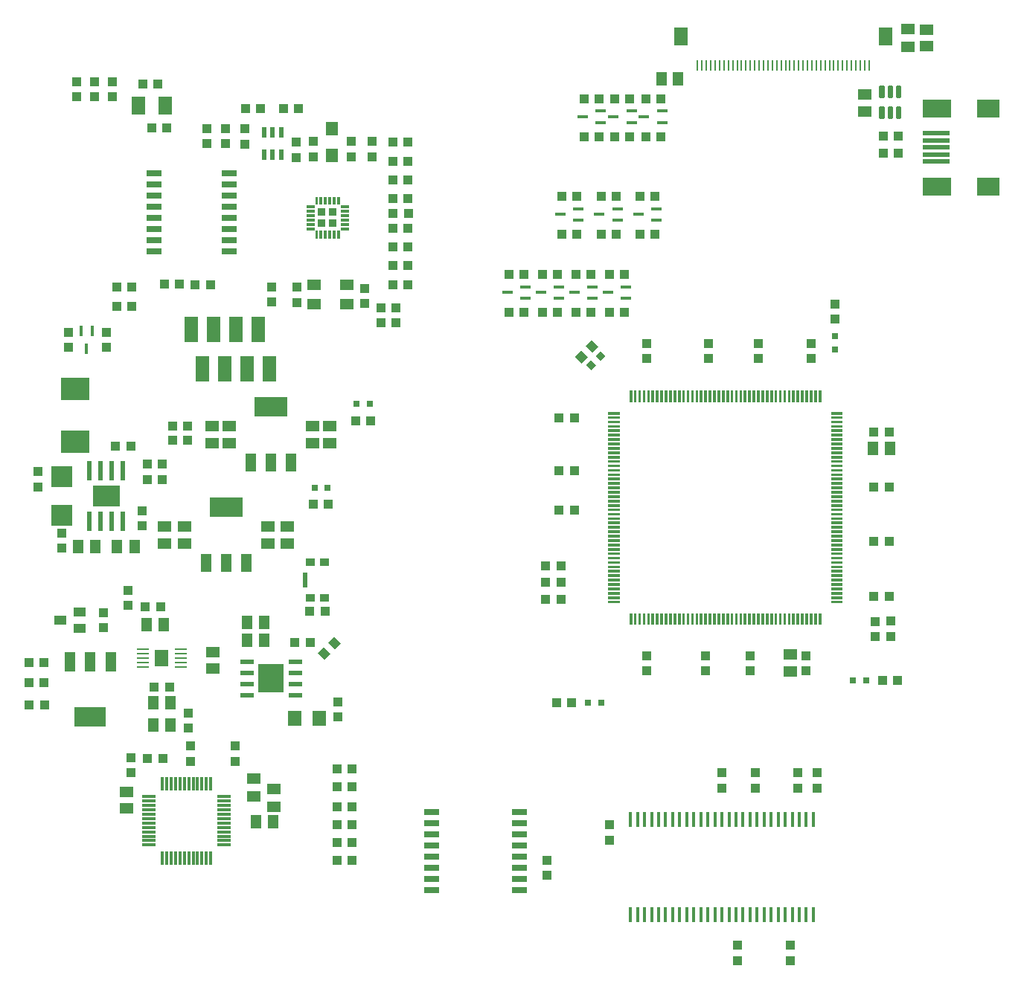
<source format=gbr>
G04 EAGLE Gerber RS-274X export*
G75*
%MOMM*%
%FSLAX34Y34*%
%LPD*%
%INSolderpaste Top*%
%IPPOS*%
%AMOC8*
5,1,8,0,0,1.08239X$1,22.5*%
G01*
%ADD10R,1.080000X1.050000*%
%ADD11R,1.050000X1.080000*%
%ADD12R,1.600000X1.300000*%
%ADD13R,1.300000X1.600000*%
%ADD14R,1.500000X1.300000*%
%ADD15R,0.300000X1.600000*%
%ADD16R,1.600000X0.300000*%
%ADD17R,1.422400X0.279400*%
%ADD18R,1.574800X1.879600*%
%ADD19R,1.000000X1.100000*%
%ADD20R,1.219200X2.235200*%
%ADD21R,3.600000X2.200000*%
%ADD22R,1.400000X1.000000*%
%ADD23R,1.100000X1.000000*%
%ADD24R,1.300000X1.500000*%
%ADD25R,1.500000X0.600000*%
%ADD26R,2.950000X3.300000*%
%ADD27R,1.600000X1.800000*%
%ADD28R,0.250000X1.250000*%
%ADD29R,1.650000X2.050000*%
%ADD30R,0.400000X1.800000*%
%ADD31R,1.000000X0.900000*%
%ADD32R,0.550000X1.700000*%
%ADD33R,0.800000X0.800000*%
%ADD34C,0.075000*%
%ADD35R,1.800000X0.700000*%
%ADD36R,1.500000X3.000000*%
%ADD37R,2.500000X2.000000*%
%ADD38R,3.300000X2.000000*%
%ADD39R,3.100000X0.500000*%
%ADD40C,0.300000*%
%ADD41R,0.919741X0.919741*%
%ADD42R,0.919894X0.920691*%
%ADD43R,0.921600X0.921600*%
%ADD44R,0.920331X0.919950*%
%ADD45C,0.018200*%
%ADD46R,0.600000X1.200000*%
%ADD47R,1.670000X0.760000*%
%ADD48R,1.600000X1.250000*%
%ADD49R,1.400000X1.600000*%
%ADD50R,1.500000X2.000000*%
%ADD51R,0.500000X2.200000*%
%ADD52R,3.100000X2.400000*%
%ADD53R,2.400000X2.400000*%
%ADD54R,3.250000X2.500000*%
%ADD55R,1.143000X2.032000*%
%ADD56R,3.700000X2.200000*%
%ADD57R,1.168400X0.406400*%
%ADD58R,0.406400X1.168400*%
%ADD59R,0.800000X0.800000*%


D10*
X196208Y272327D03*
X196208Y289827D03*
D11*
X232898Y288697D03*
X215398Y288697D03*
D12*
X335908Y265677D03*
X335908Y245677D03*
X359024Y233848D03*
X359024Y253848D03*
D13*
X338608Y216307D03*
X358608Y216307D03*
D14*
X191383Y250808D03*
X191383Y231808D03*
D15*
X287208Y260077D03*
X282208Y260077D03*
X277208Y260077D03*
X272208Y260077D03*
X267208Y260077D03*
X262208Y260077D03*
X257208Y260077D03*
X252208Y260077D03*
X247208Y260077D03*
X242208Y260077D03*
X237208Y260077D03*
X232208Y260077D03*
D16*
X217208Y245077D03*
X217208Y240077D03*
X217208Y235077D03*
X217208Y230077D03*
X217208Y225077D03*
X217208Y220077D03*
X217208Y215077D03*
X217208Y210077D03*
X217208Y205077D03*
X217208Y200077D03*
X217208Y195077D03*
X217208Y190077D03*
D15*
X232208Y175077D03*
X237208Y175077D03*
X242208Y175077D03*
X247208Y175077D03*
X252208Y175077D03*
X257208Y175077D03*
X262208Y175077D03*
X267208Y175077D03*
X272208Y175077D03*
X277208Y175077D03*
X282208Y175077D03*
X287208Y175077D03*
D16*
X302208Y190077D03*
X302208Y195077D03*
X302208Y200077D03*
X302208Y205077D03*
X302208Y210077D03*
X302208Y215077D03*
X302208Y220077D03*
X302208Y225077D03*
X302208Y230077D03*
X302208Y235077D03*
X302208Y240077D03*
X302208Y245077D03*
D17*
X209616Y412831D03*
X209616Y408005D03*
X209616Y402925D03*
X209616Y397845D03*
X209616Y393019D03*
X253304Y393019D03*
X253304Y397845D03*
X253304Y402925D03*
X253304Y408005D03*
X253304Y412831D03*
D18*
X231460Y402925D03*
D19*
G36*
X420680Y420485D02*
X427751Y427556D01*
X435528Y419779D01*
X428457Y412708D01*
X420680Y420485D01*
G37*
G36*
X408660Y408464D02*
X415731Y415535D01*
X423508Y407758D01*
X416437Y400687D01*
X408660Y408464D01*
G37*
D14*
X289880Y409885D03*
X289880Y390885D03*
D20*
X173294Y398353D03*
X150180Y398353D03*
X127066Y398353D03*
D21*
X150180Y336375D03*
D22*
X116320Y446105D03*
X138320Y455605D03*
X138320Y436605D03*
D23*
X165420Y454605D03*
X165420Y437605D03*
D19*
X97720Y374985D03*
X80720Y374985D03*
D10*
X261940Y323055D03*
X261940Y340555D03*
D24*
X221960Y326725D03*
X240960Y326725D03*
D19*
X80720Y397845D03*
X97720Y397845D03*
D11*
X80470Y349585D03*
X97970Y349585D03*
X222710Y369905D03*
X240210Y369905D03*
D24*
X221960Y352125D03*
X240960Y352125D03*
D23*
X193360Y480005D03*
X193360Y463005D03*
D11*
X212550Y461345D03*
X230050Y461345D03*
D24*
X214340Y441025D03*
X233340Y441025D03*
D25*
X383420Y373715D03*
X328420Y373715D03*
X383420Y361015D03*
X383420Y386415D03*
X383420Y399115D03*
X328420Y361015D03*
X328420Y386415D03*
X328420Y399115D03*
D26*
X355920Y380065D03*
D24*
X328640Y443565D03*
X347640Y443565D03*
X328640Y423245D03*
X347640Y423245D03*
D11*
X400230Y420705D03*
X382730Y420705D03*
D27*
X382560Y334345D03*
X410560Y334345D03*
D23*
X432120Y353005D03*
X432120Y336005D03*
D28*
X1036150Y1077950D03*
X1031150Y1077950D03*
X1026150Y1077950D03*
X1021150Y1077950D03*
X1016150Y1077950D03*
X1011150Y1077950D03*
X1006150Y1077950D03*
X1001150Y1077950D03*
X996150Y1077950D03*
X991150Y1077950D03*
X986150Y1077950D03*
X981150Y1077950D03*
X976150Y1077950D03*
X971150Y1077950D03*
X966150Y1077950D03*
X961150Y1077950D03*
X956150Y1077950D03*
X951150Y1077950D03*
X946150Y1077950D03*
X941150Y1077950D03*
X936150Y1077950D03*
X931150Y1077950D03*
X926150Y1077950D03*
X921150Y1077950D03*
X916150Y1077950D03*
X911150Y1077950D03*
X906150Y1077950D03*
X901150Y1077950D03*
X896150Y1077950D03*
X891150Y1077950D03*
X886150Y1077950D03*
X881150Y1077950D03*
X876150Y1077950D03*
X871150Y1077950D03*
X866150Y1077950D03*
X861150Y1077950D03*
X856150Y1077950D03*
X851150Y1077950D03*
X846150Y1077950D03*
X841150Y1077950D03*
D29*
X822150Y1110450D03*
X1055150Y1110450D03*
D10*
X900900Y405625D03*
X900900Y388125D03*
D11*
X700900Y571188D03*
X683400Y571188D03*
D10*
X783425Y743725D03*
X783425Y761225D03*
X783425Y405625D03*
X783425Y388125D03*
X853275Y743725D03*
X853275Y761225D03*
D11*
X700900Y615955D03*
X683400Y615955D03*
D10*
X910425Y743725D03*
X910425Y761225D03*
D11*
X685813Y469565D03*
X668313Y469565D03*
X685813Y489285D03*
X668313Y489285D03*
X1041375Y660400D03*
X1058875Y660400D03*
X1041375Y473075D03*
X1058875Y473075D03*
D10*
X850100Y405625D03*
X850100Y388125D03*
D11*
X1041375Y597958D03*
X1058875Y597958D03*
D10*
X964400Y405625D03*
X964400Y388125D03*
X970750Y743725D03*
X970750Y761225D03*
D11*
X1041375Y535517D03*
X1058875Y535517D03*
D24*
X818970Y1062655D03*
X799970Y1062655D03*
D12*
X1031575Y1044895D03*
X1031575Y1024895D03*
X1080435Y1098865D03*
X1080435Y1118865D03*
D14*
X1101390Y1099365D03*
X1101390Y1118365D03*
D30*
X972800Y219600D03*
X964800Y219600D03*
X956800Y219600D03*
X948800Y219600D03*
X940800Y219600D03*
X932800Y219600D03*
X924800Y219600D03*
X916800Y219600D03*
X908800Y219600D03*
X900800Y219600D03*
X892800Y219600D03*
X884800Y219600D03*
X876800Y219600D03*
X868800Y219600D03*
X860800Y219600D03*
X852800Y219600D03*
X844800Y219600D03*
X836800Y219600D03*
X828800Y219600D03*
X820800Y219600D03*
X812800Y219600D03*
X804800Y219600D03*
X796800Y219600D03*
X788800Y219600D03*
X780800Y219600D03*
X772800Y219600D03*
X764800Y219600D03*
X764800Y110600D03*
X772800Y110600D03*
X780800Y110600D03*
X788800Y110600D03*
X796800Y110600D03*
X804800Y110600D03*
X812800Y110600D03*
X820800Y110600D03*
X828800Y110600D03*
X836800Y110600D03*
X844800Y110600D03*
X852800Y110600D03*
X860800Y110600D03*
X868800Y110600D03*
X876800Y110600D03*
X884800Y110600D03*
X892800Y110600D03*
X900800Y110600D03*
X908800Y110600D03*
X916800Y110600D03*
X924800Y110600D03*
X932800Y110600D03*
X940800Y110600D03*
X948800Y110600D03*
X956800Y110600D03*
X964800Y110600D03*
X972800Y110600D03*
D10*
X886610Y75725D03*
X886610Y58225D03*
X946935Y75725D03*
X946935Y58225D03*
X977100Y254775D03*
X977100Y272275D03*
X740560Y212885D03*
X740560Y195385D03*
X954875Y254775D03*
X954875Y272275D03*
X869150Y254775D03*
X869150Y272275D03*
X907250Y254775D03*
X907250Y272275D03*
X264480Y303090D03*
X264480Y285590D03*
X315280Y303090D03*
X315280Y285590D03*
X1061255Y427500D03*
X1061255Y445000D03*
D23*
X1043475Y427750D03*
X1043475Y444750D03*
D19*
X431240Y233380D03*
X448240Y233380D03*
X431240Y213060D03*
X448240Y213060D03*
X431240Y192740D03*
X448240Y192740D03*
X431240Y256240D03*
X448240Y256240D03*
X431240Y276560D03*
X448240Y276560D03*
X448240Y172420D03*
X431240Y172420D03*
D31*
X400625Y471325D03*
X416625Y471325D03*
X416625Y512325D03*
X400625Y512325D03*
D32*
X394375Y491825D03*
D11*
X417375Y456265D03*
X399875Y456265D03*
D33*
G36*
X720037Y742038D02*
X725693Y736382D01*
X720037Y730726D01*
X714381Y736382D01*
X720037Y742038D01*
G37*
G36*
X730643Y752644D02*
X736299Y746988D01*
X730643Y741332D01*
X724987Y746988D01*
X730643Y752644D01*
G37*
D19*
G36*
X713766Y758208D02*
X720837Y765279D01*
X728614Y757502D01*
X721543Y750431D01*
X713766Y758208D01*
G37*
G36*
X701746Y746188D02*
X708817Y753259D01*
X716594Y745482D01*
X709523Y738411D01*
X701746Y746188D01*
G37*
D34*
X765950Y454000D02*
X765950Y441750D01*
X763700Y441750D01*
X763700Y454000D01*
X765950Y454000D01*
X765950Y442462D02*
X763700Y442462D01*
X763700Y443174D02*
X765950Y443174D01*
X765950Y443886D02*
X763700Y443886D01*
X763700Y444598D02*
X765950Y444598D01*
X765950Y445310D02*
X763700Y445310D01*
X763700Y446022D02*
X765950Y446022D01*
X765950Y446734D02*
X763700Y446734D01*
X763700Y447446D02*
X765950Y447446D01*
X765950Y448158D02*
X763700Y448158D01*
X763700Y448870D02*
X765950Y448870D01*
X765950Y449582D02*
X763700Y449582D01*
X763700Y450294D02*
X765950Y450294D01*
X765950Y451006D02*
X763700Y451006D01*
X763700Y451718D02*
X765950Y451718D01*
X765950Y452430D02*
X763700Y452430D01*
X763700Y453142D02*
X765950Y453142D01*
X765950Y453854D02*
X763700Y453854D01*
X770950Y454000D02*
X770950Y441750D01*
X768700Y441750D01*
X768700Y454000D01*
X770950Y454000D01*
X770950Y442462D02*
X768700Y442462D01*
X768700Y443174D02*
X770950Y443174D01*
X770950Y443886D02*
X768700Y443886D01*
X768700Y444598D02*
X770950Y444598D01*
X770950Y445310D02*
X768700Y445310D01*
X768700Y446022D02*
X770950Y446022D01*
X770950Y446734D02*
X768700Y446734D01*
X768700Y447446D02*
X770950Y447446D01*
X770950Y448158D02*
X768700Y448158D01*
X768700Y448870D02*
X770950Y448870D01*
X770950Y449582D02*
X768700Y449582D01*
X768700Y450294D02*
X770950Y450294D01*
X770950Y451006D02*
X768700Y451006D01*
X768700Y451718D02*
X770950Y451718D01*
X770950Y452430D02*
X768700Y452430D01*
X768700Y453142D02*
X770950Y453142D01*
X770950Y453854D02*
X768700Y453854D01*
X775950Y454000D02*
X775950Y441750D01*
X773700Y441750D01*
X773700Y454000D01*
X775950Y454000D01*
X775950Y442462D02*
X773700Y442462D01*
X773700Y443174D02*
X775950Y443174D01*
X775950Y443886D02*
X773700Y443886D01*
X773700Y444598D02*
X775950Y444598D01*
X775950Y445310D02*
X773700Y445310D01*
X773700Y446022D02*
X775950Y446022D01*
X775950Y446734D02*
X773700Y446734D01*
X773700Y447446D02*
X775950Y447446D01*
X775950Y448158D02*
X773700Y448158D01*
X773700Y448870D02*
X775950Y448870D01*
X775950Y449582D02*
X773700Y449582D01*
X773700Y450294D02*
X775950Y450294D01*
X775950Y451006D02*
X773700Y451006D01*
X773700Y451718D02*
X775950Y451718D01*
X775950Y452430D02*
X773700Y452430D01*
X773700Y453142D02*
X775950Y453142D01*
X775950Y453854D02*
X773700Y453854D01*
X780950Y454000D02*
X780950Y441750D01*
X778700Y441750D01*
X778700Y454000D01*
X780950Y454000D01*
X780950Y442462D02*
X778700Y442462D01*
X778700Y443174D02*
X780950Y443174D01*
X780950Y443886D02*
X778700Y443886D01*
X778700Y444598D02*
X780950Y444598D01*
X780950Y445310D02*
X778700Y445310D01*
X778700Y446022D02*
X780950Y446022D01*
X780950Y446734D02*
X778700Y446734D01*
X778700Y447446D02*
X780950Y447446D01*
X780950Y448158D02*
X778700Y448158D01*
X778700Y448870D02*
X780950Y448870D01*
X780950Y449582D02*
X778700Y449582D01*
X778700Y450294D02*
X780950Y450294D01*
X780950Y451006D02*
X778700Y451006D01*
X778700Y451718D02*
X780950Y451718D01*
X780950Y452430D02*
X778700Y452430D01*
X778700Y453142D02*
X780950Y453142D01*
X780950Y453854D02*
X778700Y453854D01*
X785950Y454000D02*
X785950Y441750D01*
X783700Y441750D01*
X783700Y454000D01*
X785950Y454000D01*
X785950Y442462D02*
X783700Y442462D01*
X783700Y443174D02*
X785950Y443174D01*
X785950Y443886D02*
X783700Y443886D01*
X783700Y444598D02*
X785950Y444598D01*
X785950Y445310D02*
X783700Y445310D01*
X783700Y446022D02*
X785950Y446022D01*
X785950Y446734D02*
X783700Y446734D01*
X783700Y447446D02*
X785950Y447446D01*
X785950Y448158D02*
X783700Y448158D01*
X783700Y448870D02*
X785950Y448870D01*
X785950Y449582D02*
X783700Y449582D01*
X783700Y450294D02*
X785950Y450294D01*
X785950Y451006D02*
X783700Y451006D01*
X783700Y451718D02*
X785950Y451718D01*
X785950Y452430D02*
X783700Y452430D01*
X783700Y453142D02*
X785950Y453142D01*
X785950Y453854D02*
X783700Y453854D01*
X790950Y454000D02*
X790950Y441750D01*
X788700Y441750D01*
X788700Y454000D01*
X790950Y454000D01*
X790950Y442462D02*
X788700Y442462D01*
X788700Y443174D02*
X790950Y443174D01*
X790950Y443886D02*
X788700Y443886D01*
X788700Y444598D02*
X790950Y444598D01*
X790950Y445310D02*
X788700Y445310D01*
X788700Y446022D02*
X790950Y446022D01*
X790950Y446734D02*
X788700Y446734D01*
X788700Y447446D02*
X790950Y447446D01*
X790950Y448158D02*
X788700Y448158D01*
X788700Y448870D02*
X790950Y448870D01*
X790950Y449582D02*
X788700Y449582D01*
X788700Y450294D02*
X790950Y450294D01*
X790950Y451006D02*
X788700Y451006D01*
X788700Y451718D02*
X790950Y451718D01*
X790950Y452430D02*
X788700Y452430D01*
X788700Y453142D02*
X790950Y453142D01*
X790950Y453854D02*
X788700Y453854D01*
X795950Y454000D02*
X795950Y441750D01*
X793700Y441750D01*
X793700Y454000D01*
X795950Y454000D01*
X795950Y442462D02*
X793700Y442462D01*
X793700Y443174D02*
X795950Y443174D01*
X795950Y443886D02*
X793700Y443886D01*
X793700Y444598D02*
X795950Y444598D01*
X795950Y445310D02*
X793700Y445310D01*
X793700Y446022D02*
X795950Y446022D01*
X795950Y446734D02*
X793700Y446734D01*
X793700Y447446D02*
X795950Y447446D01*
X795950Y448158D02*
X793700Y448158D01*
X793700Y448870D02*
X795950Y448870D01*
X795950Y449582D02*
X793700Y449582D01*
X793700Y450294D02*
X795950Y450294D01*
X795950Y451006D02*
X793700Y451006D01*
X793700Y451718D02*
X795950Y451718D01*
X795950Y452430D02*
X793700Y452430D01*
X793700Y453142D02*
X795950Y453142D01*
X795950Y453854D02*
X793700Y453854D01*
X800950Y454000D02*
X800950Y441750D01*
X798700Y441750D01*
X798700Y454000D01*
X800950Y454000D01*
X800950Y442462D02*
X798700Y442462D01*
X798700Y443174D02*
X800950Y443174D01*
X800950Y443886D02*
X798700Y443886D01*
X798700Y444598D02*
X800950Y444598D01*
X800950Y445310D02*
X798700Y445310D01*
X798700Y446022D02*
X800950Y446022D01*
X800950Y446734D02*
X798700Y446734D01*
X798700Y447446D02*
X800950Y447446D01*
X800950Y448158D02*
X798700Y448158D01*
X798700Y448870D02*
X800950Y448870D01*
X800950Y449582D02*
X798700Y449582D01*
X798700Y450294D02*
X800950Y450294D01*
X800950Y451006D02*
X798700Y451006D01*
X798700Y451718D02*
X800950Y451718D01*
X800950Y452430D02*
X798700Y452430D01*
X798700Y453142D02*
X800950Y453142D01*
X800950Y453854D02*
X798700Y453854D01*
X805950Y454000D02*
X805950Y441750D01*
X803700Y441750D01*
X803700Y454000D01*
X805950Y454000D01*
X805950Y442462D02*
X803700Y442462D01*
X803700Y443174D02*
X805950Y443174D01*
X805950Y443886D02*
X803700Y443886D01*
X803700Y444598D02*
X805950Y444598D01*
X805950Y445310D02*
X803700Y445310D01*
X803700Y446022D02*
X805950Y446022D01*
X805950Y446734D02*
X803700Y446734D01*
X803700Y447446D02*
X805950Y447446D01*
X805950Y448158D02*
X803700Y448158D01*
X803700Y448870D02*
X805950Y448870D01*
X805950Y449582D02*
X803700Y449582D01*
X803700Y450294D02*
X805950Y450294D01*
X805950Y451006D02*
X803700Y451006D01*
X803700Y451718D02*
X805950Y451718D01*
X805950Y452430D02*
X803700Y452430D01*
X803700Y453142D02*
X805950Y453142D01*
X805950Y453854D02*
X803700Y453854D01*
X810950Y454000D02*
X810950Y441750D01*
X808700Y441750D01*
X808700Y454000D01*
X810950Y454000D01*
X810950Y442462D02*
X808700Y442462D01*
X808700Y443174D02*
X810950Y443174D01*
X810950Y443886D02*
X808700Y443886D01*
X808700Y444598D02*
X810950Y444598D01*
X810950Y445310D02*
X808700Y445310D01*
X808700Y446022D02*
X810950Y446022D01*
X810950Y446734D02*
X808700Y446734D01*
X808700Y447446D02*
X810950Y447446D01*
X810950Y448158D02*
X808700Y448158D01*
X808700Y448870D02*
X810950Y448870D01*
X810950Y449582D02*
X808700Y449582D01*
X808700Y450294D02*
X810950Y450294D01*
X810950Y451006D02*
X808700Y451006D01*
X808700Y451718D02*
X810950Y451718D01*
X810950Y452430D02*
X808700Y452430D01*
X808700Y453142D02*
X810950Y453142D01*
X810950Y453854D02*
X808700Y453854D01*
X815950Y454000D02*
X815950Y441750D01*
X813700Y441750D01*
X813700Y454000D01*
X815950Y454000D01*
X815950Y442462D02*
X813700Y442462D01*
X813700Y443174D02*
X815950Y443174D01*
X815950Y443886D02*
X813700Y443886D01*
X813700Y444598D02*
X815950Y444598D01*
X815950Y445310D02*
X813700Y445310D01*
X813700Y446022D02*
X815950Y446022D01*
X815950Y446734D02*
X813700Y446734D01*
X813700Y447446D02*
X815950Y447446D01*
X815950Y448158D02*
X813700Y448158D01*
X813700Y448870D02*
X815950Y448870D01*
X815950Y449582D02*
X813700Y449582D01*
X813700Y450294D02*
X815950Y450294D01*
X815950Y451006D02*
X813700Y451006D01*
X813700Y451718D02*
X815950Y451718D01*
X815950Y452430D02*
X813700Y452430D01*
X813700Y453142D02*
X815950Y453142D01*
X815950Y453854D02*
X813700Y453854D01*
X820950Y454000D02*
X820950Y441750D01*
X818700Y441750D01*
X818700Y454000D01*
X820950Y454000D01*
X820950Y442462D02*
X818700Y442462D01*
X818700Y443174D02*
X820950Y443174D01*
X820950Y443886D02*
X818700Y443886D01*
X818700Y444598D02*
X820950Y444598D01*
X820950Y445310D02*
X818700Y445310D01*
X818700Y446022D02*
X820950Y446022D01*
X820950Y446734D02*
X818700Y446734D01*
X818700Y447446D02*
X820950Y447446D01*
X820950Y448158D02*
X818700Y448158D01*
X818700Y448870D02*
X820950Y448870D01*
X820950Y449582D02*
X818700Y449582D01*
X818700Y450294D02*
X820950Y450294D01*
X820950Y451006D02*
X818700Y451006D01*
X818700Y451718D02*
X820950Y451718D01*
X820950Y452430D02*
X818700Y452430D01*
X818700Y453142D02*
X820950Y453142D01*
X820950Y453854D02*
X818700Y453854D01*
X825950Y454000D02*
X825950Y441750D01*
X823700Y441750D01*
X823700Y454000D01*
X825950Y454000D01*
X825950Y442462D02*
X823700Y442462D01*
X823700Y443174D02*
X825950Y443174D01*
X825950Y443886D02*
X823700Y443886D01*
X823700Y444598D02*
X825950Y444598D01*
X825950Y445310D02*
X823700Y445310D01*
X823700Y446022D02*
X825950Y446022D01*
X825950Y446734D02*
X823700Y446734D01*
X823700Y447446D02*
X825950Y447446D01*
X825950Y448158D02*
X823700Y448158D01*
X823700Y448870D02*
X825950Y448870D01*
X825950Y449582D02*
X823700Y449582D01*
X823700Y450294D02*
X825950Y450294D01*
X825950Y451006D02*
X823700Y451006D01*
X823700Y451718D02*
X825950Y451718D01*
X825950Y452430D02*
X823700Y452430D01*
X823700Y453142D02*
X825950Y453142D01*
X825950Y453854D02*
X823700Y453854D01*
X830950Y454000D02*
X830950Y441750D01*
X828700Y441750D01*
X828700Y454000D01*
X830950Y454000D01*
X830950Y442462D02*
X828700Y442462D01*
X828700Y443174D02*
X830950Y443174D01*
X830950Y443886D02*
X828700Y443886D01*
X828700Y444598D02*
X830950Y444598D01*
X830950Y445310D02*
X828700Y445310D01*
X828700Y446022D02*
X830950Y446022D01*
X830950Y446734D02*
X828700Y446734D01*
X828700Y447446D02*
X830950Y447446D01*
X830950Y448158D02*
X828700Y448158D01*
X828700Y448870D02*
X830950Y448870D01*
X830950Y449582D02*
X828700Y449582D01*
X828700Y450294D02*
X830950Y450294D01*
X830950Y451006D02*
X828700Y451006D01*
X828700Y451718D02*
X830950Y451718D01*
X830950Y452430D02*
X828700Y452430D01*
X828700Y453142D02*
X830950Y453142D01*
X830950Y453854D02*
X828700Y453854D01*
X835950Y454000D02*
X835950Y441750D01*
X833700Y441750D01*
X833700Y454000D01*
X835950Y454000D01*
X835950Y442462D02*
X833700Y442462D01*
X833700Y443174D02*
X835950Y443174D01*
X835950Y443886D02*
X833700Y443886D01*
X833700Y444598D02*
X835950Y444598D01*
X835950Y445310D02*
X833700Y445310D01*
X833700Y446022D02*
X835950Y446022D01*
X835950Y446734D02*
X833700Y446734D01*
X833700Y447446D02*
X835950Y447446D01*
X835950Y448158D02*
X833700Y448158D01*
X833700Y448870D02*
X835950Y448870D01*
X835950Y449582D02*
X833700Y449582D01*
X833700Y450294D02*
X835950Y450294D01*
X835950Y451006D02*
X833700Y451006D01*
X833700Y451718D02*
X835950Y451718D01*
X835950Y452430D02*
X833700Y452430D01*
X833700Y453142D02*
X835950Y453142D01*
X835950Y453854D02*
X833700Y453854D01*
X840950Y454000D02*
X840950Y441750D01*
X838700Y441750D01*
X838700Y454000D01*
X840950Y454000D01*
X840950Y442462D02*
X838700Y442462D01*
X838700Y443174D02*
X840950Y443174D01*
X840950Y443886D02*
X838700Y443886D01*
X838700Y444598D02*
X840950Y444598D01*
X840950Y445310D02*
X838700Y445310D01*
X838700Y446022D02*
X840950Y446022D01*
X840950Y446734D02*
X838700Y446734D01*
X838700Y447446D02*
X840950Y447446D01*
X840950Y448158D02*
X838700Y448158D01*
X838700Y448870D02*
X840950Y448870D01*
X840950Y449582D02*
X838700Y449582D01*
X838700Y450294D02*
X840950Y450294D01*
X840950Y451006D02*
X838700Y451006D01*
X838700Y451718D02*
X840950Y451718D01*
X840950Y452430D02*
X838700Y452430D01*
X838700Y453142D02*
X840950Y453142D01*
X840950Y453854D02*
X838700Y453854D01*
X845950Y454000D02*
X845950Y441750D01*
X843700Y441750D01*
X843700Y454000D01*
X845950Y454000D01*
X845950Y442462D02*
X843700Y442462D01*
X843700Y443174D02*
X845950Y443174D01*
X845950Y443886D02*
X843700Y443886D01*
X843700Y444598D02*
X845950Y444598D01*
X845950Y445310D02*
X843700Y445310D01*
X843700Y446022D02*
X845950Y446022D01*
X845950Y446734D02*
X843700Y446734D01*
X843700Y447446D02*
X845950Y447446D01*
X845950Y448158D02*
X843700Y448158D01*
X843700Y448870D02*
X845950Y448870D01*
X845950Y449582D02*
X843700Y449582D01*
X843700Y450294D02*
X845950Y450294D01*
X845950Y451006D02*
X843700Y451006D01*
X843700Y451718D02*
X845950Y451718D01*
X845950Y452430D02*
X843700Y452430D01*
X843700Y453142D02*
X845950Y453142D01*
X845950Y453854D02*
X843700Y453854D01*
X850950Y454000D02*
X850950Y441750D01*
X848700Y441750D01*
X848700Y454000D01*
X850950Y454000D01*
X850950Y442462D02*
X848700Y442462D01*
X848700Y443174D02*
X850950Y443174D01*
X850950Y443886D02*
X848700Y443886D01*
X848700Y444598D02*
X850950Y444598D01*
X850950Y445310D02*
X848700Y445310D01*
X848700Y446022D02*
X850950Y446022D01*
X850950Y446734D02*
X848700Y446734D01*
X848700Y447446D02*
X850950Y447446D01*
X850950Y448158D02*
X848700Y448158D01*
X848700Y448870D02*
X850950Y448870D01*
X850950Y449582D02*
X848700Y449582D01*
X848700Y450294D02*
X850950Y450294D01*
X850950Y451006D02*
X848700Y451006D01*
X848700Y451718D02*
X850950Y451718D01*
X850950Y452430D02*
X848700Y452430D01*
X848700Y453142D02*
X850950Y453142D01*
X850950Y453854D02*
X848700Y453854D01*
X855950Y454000D02*
X855950Y441750D01*
X853700Y441750D01*
X853700Y454000D01*
X855950Y454000D01*
X855950Y442462D02*
X853700Y442462D01*
X853700Y443174D02*
X855950Y443174D01*
X855950Y443886D02*
X853700Y443886D01*
X853700Y444598D02*
X855950Y444598D01*
X855950Y445310D02*
X853700Y445310D01*
X853700Y446022D02*
X855950Y446022D01*
X855950Y446734D02*
X853700Y446734D01*
X853700Y447446D02*
X855950Y447446D01*
X855950Y448158D02*
X853700Y448158D01*
X853700Y448870D02*
X855950Y448870D01*
X855950Y449582D02*
X853700Y449582D01*
X853700Y450294D02*
X855950Y450294D01*
X855950Y451006D02*
X853700Y451006D01*
X853700Y451718D02*
X855950Y451718D01*
X855950Y452430D02*
X853700Y452430D01*
X853700Y453142D02*
X855950Y453142D01*
X855950Y453854D02*
X853700Y453854D01*
X860950Y454000D02*
X860950Y441750D01*
X858700Y441750D01*
X858700Y454000D01*
X860950Y454000D01*
X860950Y442462D02*
X858700Y442462D01*
X858700Y443174D02*
X860950Y443174D01*
X860950Y443886D02*
X858700Y443886D01*
X858700Y444598D02*
X860950Y444598D01*
X860950Y445310D02*
X858700Y445310D01*
X858700Y446022D02*
X860950Y446022D01*
X860950Y446734D02*
X858700Y446734D01*
X858700Y447446D02*
X860950Y447446D01*
X860950Y448158D02*
X858700Y448158D01*
X858700Y448870D02*
X860950Y448870D01*
X860950Y449582D02*
X858700Y449582D01*
X858700Y450294D02*
X860950Y450294D01*
X860950Y451006D02*
X858700Y451006D01*
X858700Y451718D02*
X860950Y451718D01*
X860950Y452430D02*
X858700Y452430D01*
X858700Y453142D02*
X860950Y453142D01*
X860950Y453854D02*
X858700Y453854D01*
X865950Y454000D02*
X865950Y441750D01*
X863700Y441750D01*
X863700Y454000D01*
X865950Y454000D01*
X865950Y442462D02*
X863700Y442462D01*
X863700Y443174D02*
X865950Y443174D01*
X865950Y443886D02*
X863700Y443886D01*
X863700Y444598D02*
X865950Y444598D01*
X865950Y445310D02*
X863700Y445310D01*
X863700Y446022D02*
X865950Y446022D01*
X865950Y446734D02*
X863700Y446734D01*
X863700Y447446D02*
X865950Y447446D01*
X865950Y448158D02*
X863700Y448158D01*
X863700Y448870D02*
X865950Y448870D01*
X865950Y449582D02*
X863700Y449582D01*
X863700Y450294D02*
X865950Y450294D01*
X865950Y451006D02*
X863700Y451006D01*
X863700Y451718D02*
X865950Y451718D01*
X865950Y452430D02*
X863700Y452430D01*
X863700Y453142D02*
X865950Y453142D01*
X865950Y453854D02*
X863700Y453854D01*
X870950Y454000D02*
X870950Y441750D01*
X868700Y441750D01*
X868700Y454000D01*
X870950Y454000D01*
X870950Y442462D02*
X868700Y442462D01*
X868700Y443174D02*
X870950Y443174D01*
X870950Y443886D02*
X868700Y443886D01*
X868700Y444598D02*
X870950Y444598D01*
X870950Y445310D02*
X868700Y445310D01*
X868700Y446022D02*
X870950Y446022D01*
X870950Y446734D02*
X868700Y446734D01*
X868700Y447446D02*
X870950Y447446D01*
X870950Y448158D02*
X868700Y448158D01*
X868700Y448870D02*
X870950Y448870D01*
X870950Y449582D02*
X868700Y449582D01*
X868700Y450294D02*
X870950Y450294D01*
X870950Y451006D02*
X868700Y451006D01*
X868700Y451718D02*
X870950Y451718D01*
X870950Y452430D02*
X868700Y452430D01*
X868700Y453142D02*
X870950Y453142D01*
X870950Y453854D02*
X868700Y453854D01*
X875950Y454000D02*
X875950Y441750D01*
X873700Y441750D01*
X873700Y454000D01*
X875950Y454000D01*
X875950Y442462D02*
X873700Y442462D01*
X873700Y443174D02*
X875950Y443174D01*
X875950Y443886D02*
X873700Y443886D01*
X873700Y444598D02*
X875950Y444598D01*
X875950Y445310D02*
X873700Y445310D01*
X873700Y446022D02*
X875950Y446022D01*
X875950Y446734D02*
X873700Y446734D01*
X873700Y447446D02*
X875950Y447446D01*
X875950Y448158D02*
X873700Y448158D01*
X873700Y448870D02*
X875950Y448870D01*
X875950Y449582D02*
X873700Y449582D01*
X873700Y450294D02*
X875950Y450294D01*
X875950Y451006D02*
X873700Y451006D01*
X873700Y451718D02*
X875950Y451718D01*
X875950Y452430D02*
X873700Y452430D01*
X873700Y453142D02*
X875950Y453142D01*
X875950Y453854D02*
X873700Y453854D01*
X880950Y454000D02*
X880950Y441750D01*
X878700Y441750D01*
X878700Y454000D01*
X880950Y454000D01*
X880950Y442462D02*
X878700Y442462D01*
X878700Y443174D02*
X880950Y443174D01*
X880950Y443886D02*
X878700Y443886D01*
X878700Y444598D02*
X880950Y444598D01*
X880950Y445310D02*
X878700Y445310D01*
X878700Y446022D02*
X880950Y446022D01*
X880950Y446734D02*
X878700Y446734D01*
X878700Y447446D02*
X880950Y447446D01*
X880950Y448158D02*
X878700Y448158D01*
X878700Y448870D02*
X880950Y448870D01*
X880950Y449582D02*
X878700Y449582D01*
X878700Y450294D02*
X880950Y450294D01*
X880950Y451006D02*
X878700Y451006D01*
X878700Y451718D02*
X880950Y451718D01*
X880950Y452430D02*
X878700Y452430D01*
X878700Y453142D02*
X880950Y453142D01*
X880950Y453854D02*
X878700Y453854D01*
X885950Y454000D02*
X885950Y441750D01*
X883700Y441750D01*
X883700Y454000D01*
X885950Y454000D01*
X885950Y442462D02*
X883700Y442462D01*
X883700Y443174D02*
X885950Y443174D01*
X885950Y443886D02*
X883700Y443886D01*
X883700Y444598D02*
X885950Y444598D01*
X885950Y445310D02*
X883700Y445310D01*
X883700Y446022D02*
X885950Y446022D01*
X885950Y446734D02*
X883700Y446734D01*
X883700Y447446D02*
X885950Y447446D01*
X885950Y448158D02*
X883700Y448158D01*
X883700Y448870D02*
X885950Y448870D01*
X885950Y449582D02*
X883700Y449582D01*
X883700Y450294D02*
X885950Y450294D01*
X885950Y451006D02*
X883700Y451006D01*
X883700Y451718D02*
X885950Y451718D01*
X885950Y452430D02*
X883700Y452430D01*
X883700Y453142D02*
X885950Y453142D01*
X885950Y453854D02*
X883700Y453854D01*
X890950Y454000D02*
X890950Y441750D01*
X888700Y441750D01*
X888700Y454000D01*
X890950Y454000D01*
X890950Y442462D02*
X888700Y442462D01*
X888700Y443174D02*
X890950Y443174D01*
X890950Y443886D02*
X888700Y443886D01*
X888700Y444598D02*
X890950Y444598D01*
X890950Y445310D02*
X888700Y445310D01*
X888700Y446022D02*
X890950Y446022D01*
X890950Y446734D02*
X888700Y446734D01*
X888700Y447446D02*
X890950Y447446D01*
X890950Y448158D02*
X888700Y448158D01*
X888700Y448870D02*
X890950Y448870D01*
X890950Y449582D02*
X888700Y449582D01*
X888700Y450294D02*
X890950Y450294D01*
X890950Y451006D02*
X888700Y451006D01*
X888700Y451718D02*
X890950Y451718D01*
X890950Y452430D02*
X888700Y452430D01*
X888700Y453142D02*
X890950Y453142D01*
X890950Y453854D02*
X888700Y453854D01*
X895950Y454000D02*
X895950Y441750D01*
X893700Y441750D01*
X893700Y454000D01*
X895950Y454000D01*
X895950Y442462D02*
X893700Y442462D01*
X893700Y443174D02*
X895950Y443174D01*
X895950Y443886D02*
X893700Y443886D01*
X893700Y444598D02*
X895950Y444598D01*
X895950Y445310D02*
X893700Y445310D01*
X893700Y446022D02*
X895950Y446022D01*
X895950Y446734D02*
X893700Y446734D01*
X893700Y447446D02*
X895950Y447446D01*
X895950Y448158D02*
X893700Y448158D01*
X893700Y448870D02*
X895950Y448870D01*
X895950Y449582D02*
X893700Y449582D01*
X893700Y450294D02*
X895950Y450294D01*
X895950Y451006D02*
X893700Y451006D01*
X893700Y451718D02*
X895950Y451718D01*
X895950Y452430D02*
X893700Y452430D01*
X893700Y453142D02*
X895950Y453142D01*
X895950Y453854D02*
X893700Y453854D01*
X900950Y454000D02*
X900950Y441750D01*
X898700Y441750D01*
X898700Y454000D01*
X900950Y454000D01*
X900950Y442462D02*
X898700Y442462D01*
X898700Y443174D02*
X900950Y443174D01*
X900950Y443886D02*
X898700Y443886D01*
X898700Y444598D02*
X900950Y444598D01*
X900950Y445310D02*
X898700Y445310D01*
X898700Y446022D02*
X900950Y446022D01*
X900950Y446734D02*
X898700Y446734D01*
X898700Y447446D02*
X900950Y447446D01*
X900950Y448158D02*
X898700Y448158D01*
X898700Y448870D02*
X900950Y448870D01*
X900950Y449582D02*
X898700Y449582D01*
X898700Y450294D02*
X900950Y450294D01*
X900950Y451006D02*
X898700Y451006D01*
X898700Y451718D02*
X900950Y451718D01*
X900950Y452430D02*
X898700Y452430D01*
X898700Y453142D02*
X900950Y453142D01*
X900950Y453854D02*
X898700Y453854D01*
X905950Y454000D02*
X905950Y441750D01*
X903700Y441750D01*
X903700Y454000D01*
X905950Y454000D01*
X905950Y442462D02*
X903700Y442462D01*
X903700Y443174D02*
X905950Y443174D01*
X905950Y443886D02*
X903700Y443886D01*
X903700Y444598D02*
X905950Y444598D01*
X905950Y445310D02*
X903700Y445310D01*
X903700Y446022D02*
X905950Y446022D01*
X905950Y446734D02*
X903700Y446734D01*
X903700Y447446D02*
X905950Y447446D01*
X905950Y448158D02*
X903700Y448158D01*
X903700Y448870D02*
X905950Y448870D01*
X905950Y449582D02*
X903700Y449582D01*
X903700Y450294D02*
X905950Y450294D01*
X905950Y451006D02*
X903700Y451006D01*
X903700Y451718D02*
X905950Y451718D01*
X905950Y452430D02*
X903700Y452430D01*
X903700Y453142D02*
X905950Y453142D01*
X905950Y453854D02*
X903700Y453854D01*
X910950Y454000D02*
X910950Y441750D01*
X908700Y441750D01*
X908700Y454000D01*
X910950Y454000D01*
X910950Y442462D02*
X908700Y442462D01*
X908700Y443174D02*
X910950Y443174D01*
X910950Y443886D02*
X908700Y443886D01*
X908700Y444598D02*
X910950Y444598D01*
X910950Y445310D02*
X908700Y445310D01*
X908700Y446022D02*
X910950Y446022D01*
X910950Y446734D02*
X908700Y446734D01*
X908700Y447446D02*
X910950Y447446D01*
X910950Y448158D02*
X908700Y448158D01*
X908700Y448870D02*
X910950Y448870D01*
X910950Y449582D02*
X908700Y449582D01*
X908700Y450294D02*
X910950Y450294D01*
X910950Y451006D02*
X908700Y451006D01*
X908700Y451718D02*
X910950Y451718D01*
X910950Y452430D02*
X908700Y452430D01*
X908700Y453142D02*
X910950Y453142D01*
X910950Y453854D02*
X908700Y453854D01*
X915950Y454000D02*
X915950Y441750D01*
X913700Y441750D01*
X913700Y454000D01*
X915950Y454000D01*
X915950Y442462D02*
X913700Y442462D01*
X913700Y443174D02*
X915950Y443174D01*
X915950Y443886D02*
X913700Y443886D01*
X913700Y444598D02*
X915950Y444598D01*
X915950Y445310D02*
X913700Y445310D01*
X913700Y446022D02*
X915950Y446022D01*
X915950Y446734D02*
X913700Y446734D01*
X913700Y447446D02*
X915950Y447446D01*
X915950Y448158D02*
X913700Y448158D01*
X913700Y448870D02*
X915950Y448870D01*
X915950Y449582D02*
X913700Y449582D01*
X913700Y450294D02*
X915950Y450294D01*
X915950Y451006D02*
X913700Y451006D01*
X913700Y451718D02*
X915950Y451718D01*
X915950Y452430D02*
X913700Y452430D01*
X913700Y453142D02*
X915950Y453142D01*
X915950Y453854D02*
X913700Y453854D01*
X920950Y454000D02*
X920950Y441750D01*
X918700Y441750D01*
X918700Y454000D01*
X920950Y454000D01*
X920950Y442462D02*
X918700Y442462D01*
X918700Y443174D02*
X920950Y443174D01*
X920950Y443886D02*
X918700Y443886D01*
X918700Y444598D02*
X920950Y444598D01*
X920950Y445310D02*
X918700Y445310D01*
X918700Y446022D02*
X920950Y446022D01*
X920950Y446734D02*
X918700Y446734D01*
X918700Y447446D02*
X920950Y447446D01*
X920950Y448158D02*
X918700Y448158D01*
X918700Y448870D02*
X920950Y448870D01*
X920950Y449582D02*
X918700Y449582D01*
X918700Y450294D02*
X920950Y450294D01*
X920950Y451006D02*
X918700Y451006D01*
X918700Y451718D02*
X920950Y451718D01*
X920950Y452430D02*
X918700Y452430D01*
X918700Y453142D02*
X920950Y453142D01*
X920950Y453854D02*
X918700Y453854D01*
X925950Y454000D02*
X925950Y441750D01*
X923700Y441750D01*
X923700Y454000D01*
X925950Y454000D01*
X925950Y442462D02*
X923700Y442462D01*
X923700Y443174D02*
X925950Y443174D01*
X925950Y443886D02*
X923700Y443886D01*
X923700Y444598D02*
X925950Y444598D01*
X925950Y445310D02*
X923700Y445310D01*
X923700Y446022D02*
X925950Y446022D01*
X925950Y446734D02*
X923700Y446734D01*
X923700Y447446D02*
X925950Y447446D01*
X925950Y448158D02*
X923700Y448158D01*
X923700Y448870D02*
X925950Y448870D01*
X925950Y449582D02*
X923700Y449582D01*
X923700Y450294D02*
X925950Y450294D01*
X925950Y451006D02*
X923700Y451006D01*
X923700Y451718D02*
X925950Y451718D01*
X925950Y452430D02*
X923700Y452430D01*
X923700Y453142D02*
X925950Y453142D01*
X925950Y453854D02*
X923700Y453854D01*
X930950Y454000D02*
X930950Y441750D01*
X928700Y441750D01*
X928700Y454000D01*
X930950Y454000D01*
X930950Y442462D02*
X928700Y442462D01*
X928700Y443174D02*
X930950Y443174D01*
X930950Y443886D02*
X928700Y443886D01*
X928700Y444598D02*
X930950Y444598D01*
X930950Y445310D02*
X928700Y445310D01*
X928700Y446022D02*
X930950Y446022D01*
X930950Y446734D02*
X928700Y446734D01*
X928700Y447446D02*
X930950Y447446D01*
X930950Y448158D02*
X928700Y448158D01*
X928700Y448870D02*
X930950Y448870D01*
X930950Y449582D02*
X928700Y449582D01*
X928700Y450294D02*
X930950Y450294D01*
X930950Y451006D02*
X928700Y451006D01*
X928700Y451718D02*
X930950Y451718D01*
X930950Y452430D02*
X928700Y452430D01*
X928700Y453142D02*
X930950Y453142D01*
X930950Y453854D02*
X928700Y453854D01*
X935950Y454000D02*
X935950Y441750D01*
X933700Y441750D01*
X933700Y454000D01*
X935950Y454000D01*
X935950Y442462D02*
X933700Y442462D01*
X933700Y443174D02*
X935950Y443174D01*
X935950Y443886D02*
X933700Y443886D01*
X933700Y444598D02*
X935950Y444598D01*
X935950Y445310D02*
X933700Y445310D01*
X933700Y446022D02*
X935950Y446022D01*
X935950Y446734D02*
X933700Y446734D01*
X933700Y447446D02*
X935950Y447446D01*
X935950Y448158D02*
X933700Y448158D01*
X933700Y448870D02*
X935950Y448870D01*
X935950Y449582D02*
X933700Y449582D01*
X933700Y450294D02*
X935950Y450294D01*
X935950Y451006D02*
X933700Y451006D01*
X933700Y451718D02*
X935950Y451718D01*
X935950Y452430D02*
X933700Y452430D01*
X933700Y453142D02*
X935950Y453142D01*
X935950Y453854D02*
X933700Y453854D01*
X940950Y454000D02*
X940950Y441750D01*
X938700Y441750D01*
X938700Y454000D01*
X940950Y454000D01*
X940950Y442462D02*
X938700Y442462D01*
X938700Y443174D02*
X940950Y443174D01*
X940950Y443886D02*
X938700Y443886D01*
X938700Y444598D02*
X940950Y444598D01*
X940950Y445310D02*
X938700Y445310D01*
X938700Y446022D02*
X940950Y446022D01*
X940950Y446734D02*
X938700Y446734D01*
X938700Y447446D02*
X940950Y447446D01*
X940950Y448158D02*
X938700Y448158D01*
X938700Y448870D02*
X940950Y448870D01*
X940950Y449582D02*
X938700Y449582D01*
X938700Y450294D02*
X940950Y450294D01*
X940950Y451006D02*
X938700Y451006D01*
X938700Y451718D02*
X940950Y451718D01*
X940950Y452430D02*
X938700Y452430D01*
X938700Y453142D02*
X940950Y453142D01*
X940950Y453854D02*
X938700Y453854D01*
X945950Y454000D02*
X945950Y441750D01*
X943700Y441750D01*
X943700Y454000D01*
X945950Y454000D01*
X945950Y442462D02*
X943700Y442462D01*
X943700Y443174D02*
X945950Y443174D01*
X945950Y443886D02*
X943700Y443886D01*
X943700Y444598D02*
X945950Y444598D01*
X945950Y445310D02*
X943700Y445310D01*
X943700Y446022D02*
X945950Y446022D01*
X945950Y446734D02*
X943700Y446734D01*
X943700Y447446D02*
X945950Y447446D01*
X945950Y448158D02*
X943700Y448158D01*
X943700Y448870D02*
X945950Y448870D01*
X945950Y449582D02*
X943700Y449582D01*
X943700Y450294D02*
X945950Y450294D01*
X945950Y451006D02*
X943700Y451006D01*
X943700Y451718D02*
X945950Y451718D01*
X945950Y452430D02*
X943700Y452430D01*
X943700Y453142D02*
X945950Y453142D01*
X945950Y453854D02*
X943700Y453854D01*
X950950Y454000D02*
X950950Y441750D01*
X948700Y441750D01*
X948700Y454000D01*
X950950Y454000D01*
X950950Y442462D02*
X948700Y442462D01*
X948700Y443174D02*
X950950Y443174D01*
X950950Y443886D02*
X948700Y443886D01*
X948700Y444598D02*
X950950Y444598D01*
X950950Y445310D02*
X948700Y445310D01*
X948700Y446022D02*
X950950Y446022D01*
X950950Y446734D02*
X948700Y446734D01*
X948700Y447446D02*
X950950Y447446D01*
X950950Y448158D02*
X948700Y448158D01*
X948700Y448870D02*
X950950Y448870D01*
X950950Y449582D02*
X948700Y449582D01*
X948700Y450294D02*
X950950Y450294D01*
X950950Y451006D02*
X948700Y451006D01*
X948700Y451718D02*
X950950Y451718D01*
X950950Y452430D02*
X948700Y452430D01*
X948700Y453142D02*
X950950Y453142D01*
X950950Y453854D02*
X948700Y453854D01*
X955950Y454000D02*
X955950Y441750D01*
X953700Y441750D01*
X953700Y454000D01*
X955950Y454000D01*
X955950Y442462D02*
X953700Y442462D01*
X953700Y443174D02*
X955950Y443174D01*
X955950Y443886D02*
X953700Y443886D01*
X953700Y444598D02*
X955950Y444598D01*
X955950Y445310D02*
X953700Y445310D01*
X953700Y446022D02*
X955950Y446022D01*
X955950Y446734D02*
X953700Y446734D01*
X953700Y447446D02*
X955950Y447446D01*
X955950Y448158D02*
X953700Y448158D01*
X953700Y448870D02*
X955950Y448870D01*
X955950Y449582D02*
X953700Y449582D01*
X953700Y450294D02*
X955950Y450294D01*
X955950Y451006D02*
X953700Y451006D01*
X953700Y451718D02*
X955950Y451718D01*
X955950Y452430D02*
X953700Y452430D01*
X953700Y453142D02*
X955950Y453142D01*
X955950Y453854D02*
X953700Y453854D01*
X960950Y454000D02*
X960950Y441750D01*
X958700Y441750D01*
X958700Y454000D01*
X960950Y454000D01*
X960950Y442462D02*
X958700Y442462D01*
X958700Y443174D02*
X960950Y443174D01*
X960950Y443886D02*
X958700Y443886D01*
X958700Y444598D02*
X960950Y444598D01*
X960950Y445310D02*
X958700Y445310D01*
X958700Y446022D02*
X960950Y446022D01*
X960950Y446734D02*
X958700Y446734D01*
X958700Y447446D02*
X960950Y447446D01*
X960950Y448158D02*
X958700Y448158D01*
X958700Y448870D02*
X960950Y448870D01*
X960950Y449582D02*
X958700Y449582D01*
X958700Y450294D02*
X960950Y450294D01*
X960950Y451006D02*
X958700Y451006D01*
X958700Y451718D02*
X960950Y451718D01*
X960950Y452430D02*
X958700Y452430D01*
X958700Y453142D02*
X960950Y453142D01*
X960950Y453854D02*
X958700Y453854D01*
X965950Y454000D02*
X965950Y441750D01*
X963700Y441750D01*
X963700Y454000D01*
X965950Y454000D01*
X965950Y442462D02*
X963700Y442462D01*
X963700Y443174D02*
X965950Y443174D01*
X965950Y443886D02*
X963700Y443886D01*
X963700Y444598D02*
X965950Y444598D01*
X965950Y445310D02*
X963700Y445310D01*
X963700Y446022D02*
X965950Y446022D01*
X965950Y446734D02*
X963700Y446734D01*
X963700Y447446D02*
X965950Y447446D01*
X965950Y448158D02*
X963700Y448158D01*
X963700Y448870D02*
X965950Y448870D01*
X965950Y449582D02*
X963700Y449582D01*
X963700Y450294D02*
X965950Y450294D01*
X965950Y451006D02*
X963700Y451006D01*
X963700Y451718D02*
X965950Y451718D01*
X965950Y452430D02*
X963700Y452430D01*
X963700Y453142D02*
X965950Y453142D01*
X965950Y453854D02*
X963700Y453854D01*
X970950Y454000D02*
X970950Y441750D01*
X968700Y441750D01*
X968700Y454000D01*
X970950Y454000D01*
X970950Y442462D02*
X968700Y442462D01*
X968700Y443174D02*
X970950Y443174D01*
X970950Y443886D02*
X968700Y443886D01*
X968700Y444598D02*
X970950Y444598D01*
X970950Y445310D02*
X968700Y445310D01*
X968700Y446022D02*
X970950Y446022D01*
X970950Y446734D02*
X968700Y446734D01*
X968700Y447446D02*
X970950Y447446D01*
X970950Y448158D02*
X968700Y448158D01*
X968700Y448870D02*
X970950Y448870D01*
X970950Y449582D02*
X968700Y449582D01*
X968700Y450294D02*
X970950Y450294D01*
X970950Y451006D02*
X968700Y451006D01*
X968700Y451718D02*
X970950Y451718D01*
X970950Y452430D02*
X968700Y452430D01*
X968700Y453142D02*
X970950Y453142D01*
X970950Y453854D02*
X968700Y453854D01*
X975950Y454000D02*
X975950Y441750D01*
X973700Y441750D01*
X973700Y454000D01*
X975950Y454000D01*
X975950Y442462D02*
X973700Y442462D01*
X973700Y443174D02*
X975950Y443174D01*
X975950Y443886D02*
X973700Y443886D01*
X973700Y444598D02*
X975950Y444598D01*
X975950Y445310D02*
X973700Y445310D01*
X973700Y446022D02*
X975950Y446022D01*
X975950Y446734D02*
X973700Y446734D01*
X973700Y447446D02*
X975950Y447446D01*
X975950Y448158D02*
X973700Y448158D01*
X973700Y448870D02*
X975950Y448870D01*
X975950Y449582D02*
X973700Y449582D01*
X973700Y450294D02*
X975950Y450294D01*
X975950Y451006D02*
X973700Y451006D01*
X973700Y451718D02*
X975950Y451718D01*
X975950Y452430D02*
X973700Y452430D01*
X973700Y453142D02*
X975950Y453142D01*
X975950Y453854D02*
X973700Y453854D01*
X980950Y454000D02*
X980950Y441750D01*
X978700Y441750D01*
X978700Y454000D01*
X980950Y454000D01*
X980950Y442462D02*
X978700Y442462D01*
X978700Y443174D02*
X980950Y443174D01*
X980950Y443886D02*
X978700Y443886D01*
X978700Y444598D02*
X980950Y444598D01*
X980950Y445310D02*
X978700Y445310D01*
X978700Y446022D02*
X980950Y446022D01*
X980950Y446734D02*
X978700Y446734D01*
X978700Y447446D02*
X980950Y447446D01*
X980950Y448158D02*
X978700Y448158D01*
X978700Y448870D02*
X980950Y448870D01*
X980950Y449582D02*
X978700Y449582D01*
X978700Y450294D02*
X980950Y450294D01*
X980950Y451006D02*
X978700Y451006D01*
X978700Y451718D02*
X980950Y451718D01*
X980950Y452430D02*
X978700Y452430D01*
X978700Y453142D02*
X980950Y453142D01*
X980950Y453854D02*
X978700Y453854D01*
X980950Y695350D02*
X980950Y707600D01*
X980950Y695350D02*
X978700Y695350D01*
X978700Y707600D01*
X980950Y707600D01*
X980950Y696062D02*
X978700Y696062D01*
X978700Y696774D02*
X980950Y696774D01*
X980950Y697486D02*
X978700Y697486D01*
X978700Y698198D02*
X980950Y698198D01*
X980950Y698910D02*
X978700Y698910D01*
X978700Y699622D02*
X980950Y699622D01*
X980950Y700334D02*
X978700Y700334D01*
X978700Y701046D02*
X980950Y701046D01*
X980950Y701758D02*
X978700Y701758D01*
X978700Y702470D02*
X980950Y702470D01*
X980950Y703182D02*
X978700Y703182D01*
X978700Y703894D02*
X980950Y703894D01*
X980950Y704606D02*
X978700Y704606D01*
X978700Y705318D02*
X980950Y705318D01*
X980950Y706030D02*
X978700Y706030D01*
X978700Y706742D02*
X980950Y706742D01*
X980950Y707454D02*
X978700Y707454D01*
X975950Y707600D02*
X975950Y695350D01*
X973700Y695350D01*
X973700Y707600D01*
X975950Y707600D01*
X975950Y696062D02*
X973700Y696062D01*
X973700Y696774D02*
X975950Y696774D01*
X975950Y697486D02*
X973700Y697486D01*
X973700Y698198D02*
X975950Y698198D01*
X975950Y698910D02*
X973700Y698910D01*
X973700Y699622D02*
X975950Y699622D01*
X975950Y700334D02*
X973700Y700334D01*
X973700Y701046D02*
X975950Y701046D01*
X975950Y701758D02*
X973700Y701758D01*
X973700Y702470D02*
X975950Y702470D01*
X975950Y703182D02*
X973700Y703182D01*
X973700Y703894D02*
X975950Y703894D01*
X975950Y704606D02*
X973700Y704606D01*
X973700Y705318D02*
X975950Y705318D01*
X975950Y706030D02*
X973700Y706030D01*
X973700Y706742D02*
X975950Y706742D01*
X975950Y707454D02*
X973700Y707454D01*
X970950Y707600D02*
X970950Y695350D01*
X968700Y695350D01*
X968700Y707600D01*
X970950Y707600D01*
X970950Y696062D02*
X968700Y696062D01*
X968700Y696774D02*
X970950Y696774D01*
X970950Y697486D02*
X968700Y697486D01*
X968700Y698198D02*
X970950Y698198D01*
X970950Y698910D02*
X968700Y698910D01*
X968700Y699622D02*
X970950Y699622D01*
X970950Y700334D02*
X968700Y700334D01*
X968700Y701046D02*
X970950Y701046D01*
X970950Y701758D02*
X968700Y701758D01*
X968700Y702470D02*
X970950Y702470D01*
X970950Y703182D02*
X968700Y703182D01*
X968700Y703894D02*
X970950Y703894D01*
X970950Y704606D02*
X968700Y704606D01*
X968700Y705318D02*
X970950Y705318D01*
X970950Y706030D02*
X968700Y706030D01*
X968700Y706742D02*
X970950Y706742D01*
X970950Y707454D02*
X968700Y707454D01*
X965950Y707600D02*
X965950Y695350D01*
X963700Y695350D01*
X963700Y707600D01*
X965950Y707600D01*
X965950Y696062D02*
X963700Y696062D01*
X963700Y696774D02*
X965950Y696774D01*
X965950Y697486D02*
X963700Y697486D01*
X963700Y698198D02*
X965950Y698198D01*
X965950Y698910D02*
X963700Y698910D01*
X963700Y699622D02*
X965950Y699622D01*
X965950Y700334D02*
X963700Y700334D01*
X963700Y701046D02*
X965950Y701046D01*
X965950Y701758D02*
X963700Y701758D01*
X963700Y702470D02*
X965950Y702470D01*
X965950Y703182D02*
X963700Y703182D01*
X963700Y703894D02*
X965950Y703894D01*
X965950Y704606D02*
X963700Y704606D01*
X963700Y705318D02*
X965950Y705318D01*
X965950Y706030D02*
X963700Y706030D01*
X963700Y706742D02*
X965950Y706742D01*
X965950Y707454D02*
X963700Y707454D01*
X960950Y707600D02*
X960950Y695350D01*
X958700Y695350D01*
X958700Y707600D01*
X960950Y707600D01*
X960950Y696062D02*
X958700Y696062D01*
X958700Y696774D02*
X960950Y696774D01*
X960950Y697486D02*
X958700Y697486D01*
X958700Y698198D02*
X960950Y698198D01*
X960950Y698910D02*
X958700Y698910D01*
X958700Y699622D02*
X960950Y699622D01*
X960950Y700334D02*
X958700Y700334D01*
X958700Y701046D02*
X960950Y701046D01*
X960950Y701758D02*
X958700Y701758D01*
X958700Y702470D02*
X960950Y702470D01*
X960950Y703182D02*
X958700Y703182D01*
X958700Y703894D02*
X960950Y703894D01*
X960950Y704606D02*
X958700Y704606D01*
X958700Y705318D02*
X960950Y705318D01*
X960950Y706030D02*
X958700Y706030D01*
X958700Y706742D02*
X960950Y706742D01*
X960950Y707454D02*
X958700Y707454D01*
X955950Y707600D02*
X955950Y695350D01*
X953700Y695350D01*
X953700Y707600D01*
X955950Y707600D01*
X955950Y696062D02*
X953700Y696062D01*
X953700Y696774D02*
X955950Y696774D01*
X955950Y697486D02*
X953700Y697486D01*
X953700Y698198D02*
X955950Y698198D01*
X955950Y698910D02*
X953700Y698910D01*
X953700Y699622D02*
X955950Y699622D01*
X955950Y700334D02*
X953700Y700334D01*
X953700Y701046D02*
X955950Y701046D01*
X955950Y701758D02*
X953700Y701758D01*
X953700Y702470D02*
X955950Y702470D01*
X955950Y703182D02*
X953700Y703182D01*
X953700Y703894D02*
X955950Y703894D01*
X955950Y704606D02*
X953700Y704606D01*
X953700Y705318D02*
X955950Y705318D01*
X955950Y706030D02*
X953700Y706030D01*
X953700Y706742D02*
X955950Y706742D01*
X955950Y707454D02*
X953700Y707454D01*
X950950Y707600D02*
X950950Y695350D01*
X948700Y695350D01*
X948700Y707600D01*
X950950Y707600D01*
X950950Y696062D02*
X948700Y696062D01*
X948700Y696774D02*
X950950Y696774D01*
X950950Y697486D02*
X948700Y697486D01*
X948700Y698198D02*
X950950Y698198D01*
X950950Y698910D02*
X948700Y698910D01*
X948700Y699622D02*
X950950Y699622D01*
X950950Y700334D02*
X948700Y700334D01*
X948700Y701046D02*
X950950Y701046D01*
X950950Y701758D02*
X948700Y701758D01*
X948700Y702470D02*
X950950Y702470D01*
X950950Y703182D02*
X948700Y703182D01*
X948700Y703894D02*
X950950Y703894D01*
X950950Y704606D02*
X948700Y704606D01*
X948700Y705318D02*
X950950Y705318D01*
X950950Y706030D02*
X948700Y706030D01*
X948700Y706742D02*
X950950Y706742D01*
X950950Y707454D02*
X948700Y707454D01*
X945950Y707600D02*
X945950Y695350D01*
X943700Y695350D01*
X943700Y707600D01*
X945950Y707600D01*
X945950Y696062D02*
X943700Y696062D01*
X943700Y696774D02*
X945950Y696774D01*
X945950Y697486D02*
X943700Y697486D01*
X943700Y698198D02*
X945950Y698198D01*
X945950Y698910D02*
X943700Y698910D01*
X943700Y699622D02*
X945950Y699622D01*
X945950Y700334D02*
X943700Y700334D01*
X943700Y701046D02*
X945950Y701046D01*
X945950Y701758D02*
X943700Y701758D01*
X943700Y702470D02*
X945950Y702470D01*
X945950Y703182D02*
X943700Y703182D01*
X943700Y703894D02*
X945950Y703894D01*
X945950Y704606D02*
X943700Y704606D01*
X943700Y705318D02*
X945950Y705318D01*
X945950Y706030D02*
X943700Y706030D01*
X943700Y706742D02*
X945950Y706742D01*
X945950Y707454D02*
X943700Y707454D01*
X940950Y707600D02*
X940950Y695350D01*
X938700Y695350D01*
X938700Y707600D01*
X940950Y707600D01*
X940950Y696062D02*
X938700Y696062D01*
X938700Y696774D02*
X940950Y696774D01*
X940950Y697486D02*
X938700Y697486D01*
X938700Y698198D02*
X940950Y698198D01*
X940950Y698910D02*
X938700Y698910D01*
X938700Y699622D02*
X940950Y699622D01*
X940950Y700334D02*
X938700Y700334D01*
X938700Y701046D02*
X940950Y701046D01*
X940950Y701758D02*
X938700Y701758D01*
X938700Y702470D02*
X940950Y702470D01*
X940950Y703182D02*
X938700Y703182D01*
X938700Y703894D02*
X940950Y703894D01*
X940950Y704606D02*
X938700Y704606D01*
X938700Y705318D02*
X940950Y705318D01*
X940950Y706030D02*
X938700Y706030D01*
X938700Y706742D02*
X940950Y706742D01*
X940950Y707454D02*
X938700Y707454D01*
X935950Y707600D02*
X935950Y695350D01*
X933700Y695350D01*
X933700Y707600D01*
X935950Y707600D01*
X935950Y696062D02*
X933700Y696062D01*
X933700Y696774D02*
X935950Y696774D01*
X935950Y697486D02*
X933700Y697486D01*
X933700Y698198D02*
X935950Y698198D01*
X935950Y698910D02*
X933700Y698910D01*
X933700Y699622D02*
X935950Y699622D01*
X935950Y700334D02*
X933700Y700334D01*
X933700Y701046D02*
X935950Y701046D01*
X935950Y701758D02*
X933700Y701758D01*
X933700Y702470D02*
X935950Y702470D01*
X935950Y703182D02*
X933700Y703182D01*
X933700Y703894D02*
X935950Y703894D01*
X935950Y704606D02*
X933700Y704606D01*
X933700Y705318D02*
X935950Y705318D01*
X935950Y706030D02*
X933700Y706030D01*
X933700Y706742D02*
X935950Y706742D01*
X935950Y707454D02*
X933700Y707454D01*
X930950Y707600D02*
X930950Y695350D01*
X928700Y695350D01*
X928700Y707600D01*
X930950Y707600D01*
X930950Y696062D02*
X928700Y696062D01*
X928700Y696774D02*
X930950Y696774D01*
X930950Y697486D02*
X928700Y697486D01*
X928700Y698198D02*
X930950Y698198D01*
X930950Y698910D02*
X928700Y698910D01*
X928700Y699622D02*
X930950Y699622D01*
X930950Y700334D02*
X928700Y700334D01*
X928700Y701046D02*
X930950Y701046D01*
X930950Y701758D02*
X928700Y701758D01*
X928700Y702470D02*
X930950Y702470D01*
X930950Y703182D02*
X928700Y703182D01*
X928700Y703894D02*
X930950Y703894D01*
X930950Y704606D02*
X928700Y704606D01*
X928700Y705318D02*
X930950Y705318D01*
X930950Y706030D02*
X928700Y706030D01*
X928700Y706742D02*
X930950Y706742D01*
X930950Y707454D02*
X928700Y707454D01*
X925950Y707600D02*
X925950Y695350D01*
X923700Y695350D01*
X923700Y707600D01*
X925950Y707600D01*
X925950Y696062D02*
X923700Y696062D01*
X923700Y696774D02*
X925950Y696774D01*
X925950Y697486D02*
X923700Y697486D01*
X923700Y698198D02*
X925950Y698198D01*
X925950Y698910D02*
X923700Y698910D01*
X923700Y699622D02*
X925950Y699622D01*
X925950Y700334D02*
X923700Y700334D01*
X923700Y701046D02*
X925950Y701046D01*
X925950Y701758D02*
X923700Y701758D01*
X923700Y702470D02*
X925950Y702470D01*
X925950Y703182D02*
X923700Y703182D01*
X923700Y703894D02*
X925950Y703894D01*
X925950Y704606D02*
X923700Y704606D01*
X923700Y705318D02*
X925950Y705318D01*
X925950Y706030D02*
X923700Y706030D01*
X923700Y706742D02*
X925950Y706742D01*
X925950Y707454D02*
X923700Y707454D01*
X920950Y707600D02*
X920950Y695350D01*
X918700Y695350D01*
X918700Y707600D01*
X920950Y707600D01*
X920950Y696062D02*
X918700Y696062D01*
X918700Y696774D02*
X920950Y696774D01*
X920950Y697486D02*
X918700Y697486D01*
X918700Y698198D02*
X920950Y698198D01*
X920950Y698910D02*
X918700Y698910D01*
X918700Y699622D02*
X920950Y699622D01*
X920950Y700334D02*
X918700Y700334D01*
X918700Y701046D02*
X920950Y701046D01*
X920950Y701758D02*
X918700Y701758D01*
X918700Y702470D02*
X920950Y702470D01*
X920950Y703182D02*
X918700Y703182D01*
X918700Y703894D02*
X920950Y703894D01*
X920950Y704606D02*
X918700Y704606D01*
X918700Y705318D02*
X920950Y705318D01*
X920950Y706030D02*
X918700Y706030D01*
X918700Y706742D02*
X920950Y706742D01*
X920950Y707454D02*
X918700Y707454D01*
X915950Y707600D02*
X915950Y695350D01*
X913700Y695350D01*
X913700Y707600D01*
X915950Y707600D01*
X915950Y696062D02*
X913700Y696062D01*
X913700Y696774D02*
X915950Y696774D01*
X915950Y697486D02*
X913700Y697486D01*
X913700Y698198D02*
X915950Y698198D01*
X915950Y698910D02*
X913700Y698910D01*
X913700Y699622D02*
X915950Y699622D01*
X915950Y700334D02*
X913700Y700334D01*
X913700Y701046D02*
X915950Y701046D01*
X915950Y701758D02*
X913700Y701758D01*
X913700Y702470D02*
X915950Y702470D01*
X915950Y703182D02*
X913700Y703182D01*
X913700Y703894D02*
X915950Y703894D01*
X915950Y704606D02*
X913700Y704606D01*
X913700Y705318D02*
X915950Y705318D01*
X915950Y706030D02*
X913700Y706030D01*
X913700Y706742D02*
X915950Y706742D01*
X915950Y707454D02*
X913700Y707454D01*
X910950Y707600D02*
X910950Y695350D01*
X908700Y695350D01*
X908700Y707600D01*
X910950Y707600D01*
X910950Y696062D02*
X908700Y696062D01*
X908700Y696774D02*
X910950Y696774D01*
X910950Y697486D02*
X908700Y697486D01*
X908700Y698198D02*
X910950Y698198D01*
X910950Y698910D02*
X908700Y698910D01*
X908700Y699622D02*
X910950Y699622D01*
X910950Y700334D02*
X908700Y700334D01*
X908700Y701046D02*
X910950Y701046D01*
X910950Y701758D02*
X908700Y701758D01*
X908700Y702470D02*
X910950Y702470D01*
X910950Y703182D02*
X908700Y703182D01*
X908700Y703894D02*
X910950Y703894D01*
X910950Y704606D02*
X908700Y704606D01*
X908700Y705318D02*
X910950Y705318D01*
X910950Y706030D02*
X908700Y706030D01*
X908700Y706742D02*
X910950Y706742D01*
X910950Y707454D02*
X908700Y707454D01*
X905950Y707600D02*
X905950Y695350D01*
X903700Y695350D01*
X903700Y707600D01*
X905950Y707600D01*
X905950Y696062D02*
X903700Y696062D01*
X903700Y696774D02*
X905950Y696774D01*
X905950Y697486D02*
X903700Y697486D01*
X903700Y698198D02*
X905950Y698198D01*
X905950Y698910D02*
X903700Y698910D01*
X903700Y699622D02*
X905950Y699622D01*
X905950Y700334D02*
X903700Y700334D01*
X903700Y701046D02*
X905950Y701046D01*
X905950Y701758D02*
X903700Y701758D01*
X903700Y702470D02*
X905950Y702470D01*
X905950Y703182D02*
X903700Y703182D01*
X903700Y703894D02*
X905950Y703894D01*
X905950Y704606D02*
X903700Y704606D01*
X903700Y705318D02*
X905950Y705318D01*
X905950Y706030D02*
X903700Y706030D01*
X903700Y706742D02*
X905950Y706742D01*
X905950Y707454D02*
X903700Y707454D01*
X900950Y707600D02*
X900950Y695350D01*
X898700Y695350D01*
X898700Y707600D01*
X900950Y707600D01*
X900950Y696062D02*
X898700Y696062D01*
X898700Y696774D02*
X900950Y696774D01*
X900950Y697486D02*
X898700Y697486D01*
X898700Y698198D02*
X900950Y698198D01*
X900950Y698910D02*
X898700Y698910D01*
X898700Y699622D02*
X900950Y699622D01*
X900950Y700334D02*
X898700Y700334D01*
X898700Y701046D02*
X900950Y701046D01*
X900950Y701758D02*
X898700Y701758D01*
X898700Y702470D02*
X900950Y702470D01*
X900950Y703182D02*
X898700Y703182D01*
X898700Y703894D02*
X900950Y703894D01*
X900950Y704606D02*
X898700Y704606D01*
X898700Y705318D02*
X900950Y705318D01*
X900950Y706030D02*
X898700Y706030D01*
X898700Y706742D02*
X900950Y706742D01*
X900950Y707454D02*
X898700Y707454D01*
X895950Y707600D02*
X895950Y695350D01*
X893700Y695350D01*
X893700Y707600D01*
X895950Y707600D01*
X895950Y696062D02*
X893700Y696062D01*
X893700Y696774D02*
X895950Y696774D01*
X895950Y697486D02*
X893700Y697486D01*
X893700Y698198D02*
X895950Y698198D01*
X895950Y698910D02*
X893700Y698910D01*
X893700Y699622D02*
X895950Y699622D01*
X895950Y700334D02*
X893700Y700334D01*
X893700Y701046D02*
X895950Y701046D01*
X895950Y701758D02*
X893700Y701758D01*
X893700Y702470D02*
X895950Y702470D01*
X895950Y703182D02*
X893700Y703182D01*
X893700Y703894D02*
X895950Y703894D01*
X895950Y704606D02*
X893700Y704606D01*
X893700Y705318D02*
X895950Y705318D01*
X895950Y706030D02*
X893700Y706030D01*
X893700Y706742D02*
X895950Y706742D01*
X895950Y707454D02*
X893700Y707454D01*
X890950Y707600D02*
X890950Y695350D01*
X888700Y695350D01*
X888700Y707600D01*
X890950Y707600D01*
X890950Y696062D02*
X888700Y696062D01*
X888700Y696774D02*
X890950Y696774D01*
X890950Y697486D02*
X888700Y697486D01*
X888700Y698198D02*
X890950Y698198D01*
X890950Y698910D02*
X888700Y698910D01*
X888700Y699622D02*
X890950Y699622D01*
X890950Y700334D02*
X888700Y700334D01*
X888700Y701046D02*
X890950Y701046D01*
X890950Y701758D02*
X888700Y701758D01*
X888700Y702470D02*
X890950Y702470D01*
X890950Y703182D02*
X888700Y703182D01*
X888700Y703894D02*
X890950Y703894D01*
X890950Y704606D02*
X888700Y704606D01*
X888700Y705318D02*
X890950Y705318D01*
X890950Y706030D02*
X888700Y706030D01*
X888700Y706742D02*
X890950Y706742D01*
X890950Y707454D02*
X888700Y707454D01*
X885950Y707600D02*
X885950Y695350D01*
X883700Y695350D01*
X883700Y707600D01*
X885950Y707600D01*
X885950Y696062D02*
X883700Y696062D01*
X883700Y696774D02*
X885950Y696774D01*
X885950Y697486D02*
X883700Y697486D01*
X883700Y698198D02*
X885950Y698198D01*
X885950Y698910D02*
X883700Y698910D01*
X883700Y699622D02*
X885950Y699622D01*
X885950Y700334D02*
X883700Y700334D01*
X883700Y701046D02*
X885950Y701046D01*
X885950Y701758D02*
X883700Y701758D01*
X883700Y702470D02*
X885950Y702470D01*
X885950Y703182D02*
X883700Y703182D01*
X883700Y703894D02*
X885950Y703894D01*
X885950Y704606D02*
X883700Y704606D01*
X883700Y705318D02*
X885950Y705318D01*
X885950Y706030D02*
X883700Y706030D01*
X883700Y706742D02*
X885950Y706742D01*
X885950Y707454D02*
X883700Y707454D01*
X880950Y707600D02*
X880950Y695350D01*
X878700Y695350D01*
X878700Y707600D01*
X880950Y707600D01*
X880950Y696062D02*
X878700Y696062D01*
X878700Y696774D02*
X880950Y696774D01*
X880950Y697486D02*
X878700Y697486D01*
X878700Y698198D02*
X880950Y698198D01*
X880950Y698910D02*
X878700Y698910D01*
X878700Y699622D02*
X880950Y699622D01*
X880950Y700334D02*
X878700Y700334D01*
X878700Y701046D02*
X880950Y701046D01*
X880950Y701758D02*
X878700Y701758D01*
X878700Y702470D02*
X880950Y702470D01*
X880950Y703182D02*
X878700Y703182D01*
X878700Y703894D02*
X880950Y703894D01*
X880950Y704606D02*
X878700Y704606D01*
X878700Y705318D02*
X880950Y705318D01*
X880950Y706030D02*
X878700Y706030D01*
X878700Y706742D02*
X880950Y706742D01*
X880950Y707454D02*
X878700Y707454D01*
X875950Y707600D02*
X875950Y695350D01*
X873700Y695350D01*
X873700Y707600D01*
X875950Y707600D01*
X875950Y696062D02*
X873700Y696062D01*
X873700Y696774D02*
X875950Y696774D01*
X875950Y697486D02*
X873700Y697486D01*
X873700Y698198D02*
X875950Y698198D01*
X875950Y698910D02*
X873700Y698910D01*
X873700Y699622D02*
X875950Y699622D01*
X875950Y700334D02*
X873700Y700334D01*
X873700Y701046D02*
X875950Y701046D01*
X875950Y701758D02*
X873700Y701758D01*
X873700Y702470D02*
X875950Y702470D01*
X875950Y703182D02*
X873700Y703182D01*
X873700Y703894D02*
X875950Y703894D01*
X875950Y704606D02*
X873700Y704606D01*
X873700Y705318D02*
X875950Y705318D01*
X875950Y706030D02*
X873700Y706030D01*
X873700Y706742D02*
X875950Y706742D01*
X875950Y707454D02*
X873700Y707454D01*
X870950Y707600D02*
X870950Y695350D01*
X868700Y695350D01*
X868700Y707600D01*
X870950Y707600D01*
X870950Y696062D02*
X868700Y696062D01*
X868700Y696774D02*
X870950Y696774D01*
X870950Y697486D02*
X868700Y697486D01*
X868700Y698198D02*
X870950Y698198D01*
X870950Y698910D02*
X868700Y698910D01*
X868700Y699622D02*
X870950Y699622D01*
X870950Y700334D02*
X868700Y700334D01*
X868700Y701046D02*
X870950Y701046D01*
X870950Y701758D02*
X868700Y701758D01*
X868700Y702470D02*
X870950Y702470D01*
X870950Y703182D02*
X868700Y703182D01*
X868700Y703894D02*
X870950Y703894D01*
X870950Y704606D02*
X868700Y704606D01*
X868700Y705318D02*
X870950Y705318D01*
X870950Y706030D02*
X868700Y706030D01*
X868700Y706742D02*
X870950Y706742D01*
X870950Y707454D02*
X868700Y707454D01*
X865950Y707600D02*
X865950Y695350D01*
X863700Y695350D01*
X863700Y707600D01*
X865950Y707600D01*
X865950Y696062D02*
X863700Y696062D01*
X863700Y696774D02*
X865950Y696774D01*
X865950Y697486D02*
X863700Y697486D01*
X863700Y698198D02*
X865950Y698198D01*
X865950Y698910D02*
X863700Y698910D01*
X863700Y699622D02*
X865950Y699622D01*
X865950Y700334D02*
X863700Y700334D01*
X863700Y701046D02*
X865950Y701046D01*
X865950Y701758D02*
X863700Y701758D01*
X863700Y702470D02*
X865950Y702470D01*
X865950Y703182D02*
X863700Y703182D01*
X863700Y703894D02*
X865950Y703894D01*
X865950Y704606D02*
X863700Y704606D01*
X863700Y705318D02*
X865950Y705318D01*
X865950Y706030D02*
X863700Y706030D01*
X863700Y706742D02*
X865950Y706742D01*
X865950Y707454D02*
X863700Y707454D01*
X860950Y707600D02*
X860950Y695350D01*
X858700Y695350D01*
X858700Y707600D01*
X860950Y707600D01*
X860950Y696062D02*
X858700Y696062D01*
X858700Y696774D02*
X860950Y696774D01*
X860950Y697486D02*
X858700Y697486D01*
X858700Y698198D02*
X860950Y698198D01*
X860950Y698910D02*
X858700Y698910D01*
X858700Y699622D02*
X860950Y699622D01*
X860950Y700334D02*
X858700Y700334D01*
X858700Y701046D02*
X860950Y701046D01*
X860950Y701758D02*
X858700Y701758D01*
X858700Y702470D02*
X860950Y702470D01*
X860950Y703182D02*
X858700Y703182D01*
X858700Y703894D02*
X860950Y703894D01*
X860950Y704606D02*
X858700Y704606D01*
X858700Y705318D02*
X860950Y705318D01*
X860950Y706030D02*
X858700Y706030D01*
X858700Y706742D02*
X860950Y706742D01*
X860950Y707454D02*
X858700Y707454D01*
X855950Y707600D02*
X855950Y695350D01*
X853700Y695350D01*
X853700Y707600D01*
X855950Y707600D01*
X855950Y696062D02*
X853700Y696062D01*
X853700Y696774D02*
X855950Y696774D01*
X855950Y697486D02*
X853700Y697486D01*
X853700Y698198D02*
X855950Y698198D01*
X855950Y698910D02*
X853700Y698910D01*
X853700Y699622D02*
X855950Y699622D01*
X855950Y700334D02*
X853700Y700334D01*
X853700Y701046D02*
X855950Y701046D01*
X855950Y701758D02*
X853700Y701758D01*
X853700Y702470D02*
X855950Y702470D01*
X855950Y703182D02*
X853700Y703182D01*
X853700Y703894D02*
X855950Y703894D01*
X855950Y704606D02*
X853700Y704606D01*
X853700Y705318D02*
X855950Y705318D01*
X855950Y706030D02*
X853700Y706030D01*
X853700Y706742D02*
X855950Y706742D01*
X855950Y707454D02*
X853700Y707454D01*
X850950Y707600D02*
X850950Y695350D01*
X848700Y695350D01*
X848700Y707600D01*
X850950Y707600D01*
X850950Y696062D02*
X848700Y696062D01*
X848700Y696774D02*
X850950Y696774D01*
X850950Y697486D02*
X848700Y697486D01*
X848700Y698198D02*
X850950Y698198D01*
X850950Y698910D02*
X848700Y698910D01*
X848700Y699622D02*
X850950Y699622D01*
X850950Y700334D02*
X848700Y700334D01*
X848700Y701046D02*
X850950Y701046D01*
X850950Y701758D02*
X848700Y701758D01*
X848700Y702470D02*
X850950Y702470D01*
X850950Y703182D02*
X848700Y703182D01*
X848700Y703894D02*
X850950Y703894D01*
X850950Y704606D02*
X848700Y704606D01*
X848700Y705318D02*
X850950Y705318D01*
X850950Y706030D02*
X848700Y706030D01*
X848700Y706742D02*
X850950Y706742D01*
X850950Y707454D02*
X848700Y707454D01*
X845950Y707600D02*
X845950Y695350D01*
X843700Y695350D01*
X843700Y707600D01*
X845950Y707600D01*
X845950Y696062D02*
X843700Y696062D01*
X843700Y696774D02*
X845950Y696774D01*
X845950Y697486D02*
X843700Y697486D01*
X843700Y698198D02*
X845950Y698198D01*
X845950Y698910D02*
X843700Y698910D01*
X843700Y699622D02*
X845950Y699622D01*
X845950Y700334D02*
X843700Y700334D01*
X843700Y701046D02*
X845950Y701046D01*
X845950Y701758D02*
X843700Y701758D01*
X843700Y702470D02*
X845950Y702470D01*
X845950Y703182D02*
X843700Y703182D01*
X843700Y703894D02*
X845950Y703894D01*
X845950Y704606D02*
X843700Y704606D01*
X843700Y705318D02*
X845950Y705318D01*
X845950Y706030D02*
X843700Y706030D01*
X843700Y706742D02*
X845950Y706742D01*
X845950Y707454D02*
X843700Y707454D01*
X840950Y707600D02*
X840950Y695350D01*
X838700Y695350D01*
X838700Y707600D01*
X840950Y707600D01*
X840950Y696062D02*
X838700Y696062D01*
X838700Y696774D02*
X840950Y696774D01*
X840950Y697486D02*
X838700Y697486D01*
X838700Y698198D02*
X840950Y698198D01*
X840950Y698910D02*
X838700Y698910D01*
X838700Y699622D02*
X840950Y699622D01*
X840950Y700334D02*
X838700Y700334D01*
X838700Y701046D02*
X840950Y701046D01*
X840950Y701758D02*
X838700Y701758D01*
X838700Y702470D02*
X840950Y702470D01*
X840950Y703182D02*
X838700Y703182D01*
X838700Y703894D02*
X840950Y703894D01*
X840950Y704606D02*
X838700Y704606D01*
X838700Y705318D02*
X840950Y705318D01*
X840950Y706030D02*
X838700Y706030D01*
X838700Y706742D02*
X840950Y706742D01*
X840950Y707454D02*
X838700Y707454D01*
X835950Y707600D02*
X835950Y695350D01*
X833700Y695350D01*
X833700Y707600D01*
X835950Y707600D01*
X835950Y696062D02*
X833700Y696062D01*
X833700Y696774D02*
X835950Y696774D01*
X835950Y697486D02*
X833700Y697486D01*
X833700Y698198D02*
X835950Y698198D01*
X835950Y698910D02*
X833700Y698910D01*
X833700Y699622D02*
X835950Y699622D01*
X835950Y700334D02*
X833700Y700334D01*
X833700Y701046D02*
X835950Y701046D01*
X835950Y701758D02*
X833700Y701758D01*
X833700Y702470D02*
X835950Y702470D01*
X835950Y703182D02*
X833700Y703182D01*
X833700Y703894D02*
X835950Y703894D01*
X835950Y704606D02*
X833700Y704606D01*
X833700Y705318D02*
X835950Y705318D01*
X835950Y706030D02*
X833700Y706030D01*
X833700Y706742D02*
X835950Y706742D01*
X835950Y707454D02*
X833700Y707454D01*
X830950Y707600D02*
X830950Y695350D01*
X828700Y695350D01*
X828700Y707600D01*
X830950Y707600D01*
X830950Y696062D02*
X828700Y696062D01*
X828700Y696774D02*
X830950Y696774D01*
X830950Y697486D02*
X828700Y697486D01*
X828700Y698198D02*
X830950Y698198D01*
X830950Y698910D02*
X828700Y698910D01*
X828700Y699622D02*
X830950Y699622D01*
X830950Y700334D02*
X828700Y700334D01*
X828700Y701046D02*
X830950Y701046D01*
X830950Y701758D02*
X828700Y701758D01*
X828700Y702470D02*
X830950Y702470D01*
X830950Y703182D02*
X828700Y703182D01*
X828700Y703894D02*
X830950Y703894D01*
X830950Y704606D02*
X828700Y704606D01*
X828700Y705318D02*
X830950Y705318D01*
X830950Y706030D02*
X828700Y706030D01*
X828700Y706742D02*
X830950Y706742D01*
X830950Y707454D02*
X828700Y707454D01*
X825950Y707600D02*
X825950Y695350D01*
X823700Y695350D01*
X823700Y707600D01*
X825950Y707600D01*
X825950Y696062D02*
X823700Y696062D01*
X823700Y696774D02*
X825950Y696774D01*
X825950Y697486D02*
X823700Y697486D01*
X823700Y698198D02*
X825950Y698198D01*
X825950Y698910D02*
X823700Y698910D01*
X823700Y699622D02*
X825950Y699622D01*
X825950Y700334D02*
X823700Y700334D01*
X823700Y701046D02*
X825950Y701046D01*
X825950Y701758D02*
X823700Y701758D01*
X823700Y702470D02*
X825950Y702470D01*
X825950Y703182D02*
X823700Y703182D01*
X823700Y703894D02*
X825950Y703894D01*
X825950Y704606D02*
X823700Y704606D01*
X823700Y705318D02*
X825950Y705318D01*
X825950Y706030D02*
X823700Y706030D01*
X823700Y706742D02*
X825950Y706742D01*
X825950Y707454D02*
X823700Y707454D01*
X820950Y707600D02*
X820950Y695350D01*
X818700Y695350D01*
X818700Y707600D01*
X820950Y707600D01*
X820950Y696062D02*
X818700Y696062D01*
X818700Y696774D02*
X820950Y696774D01*
X820950Y697486D02*
X818700Y697486D01*
X818700Y698198D02*
X820950Y698198D01*
X820950Y698910D02*
X818700Y698910D01*
X818700Y699622D02*
X820950Y699622D01*
X820950Y700334D02*
X818700Y700334D01*
X818700Y701046D02*
X820950Y701046D01*
X820950Y701758D02*
X818700Y701758D01*
X818700Y702470D02*
X820950Y702470D01*
X820950Y703182D02*
X818700Y703182D01*
X818700Y703894D02*
X820950Y703894D01*
X820950Y704606D02*
X818700Y704606D01*
X818700Y705318D02*
X820950Y705318D01*
X820950Y706030D02*
X818700Y706030D01*
X818700Y706742D02*
X820950Y706742D01*
X820950Y707454D02*
X818700Y707454D01*
X815950Y707600D02*
X815950Y695350D01*
X813700Y695350D01*
X813700Y707600D01*
X815950Y707600D01*
X815950Y696062D02*
X813700Y696062D01*
X813700Y696774D02*
X815950Y696774D01*
X815950Y697486D02*
X813700Y697486D01*
X813700Y698198D02*
X815950Y698198D01*
X815950Y698910D02*
X813700Y698910D01*
X813700Y699622D02*
X815950Y699622D01*
X815950Y700334D02*
X813700Y700334D01*
X813700Y701046D02*
X815950Y701046D01*
X815950Y701758D02*
X813700Y701758D01*
X813700Y702470D02*
X815950Y702470D01*
X815950Y703182D02*
X813700Y703182D01*
X813700Y703894D02*
X815950Y703894D01*
X815950Y704606D02*
X813700Y704606D01*
X813700Y705318D02*
X815950Y705318D01*
X815950Y706030D02*
X813700Y706030D01*
X813700Y706742D02*
X815950Y706742D01*
X815950Y707454D02*
X813700Y707454D01*
X810950Y707600D02*
X810950Y695350D01*
X808700Y695350D01*
X808700Y707600D01*
X810950Y707600D01*
X810950Y696062D02*
X808700Y696062D01*
X808700Y696774D02*
X810950Y696774D01*
X810950Y697486D02*
X808700Y697486D01*
X808700Y698198D02*
X810950Y698198D01*
X810950Y698910D02*
X808700Y698910D01*
X808700Y699622D02*
X810950Y699622D01*
X810950Y700334D02*
X808700Y700334D01*
X808700Y701046D02*
X810950Y701046D01*
X810950Y701758D02*
X808700Y701758D01*
X808700Y702470D02*
X810950Y702470D01*
X810950Y703182D02*
X808700Y703182D01*
X808700Y703894D02*
X810950Y703894D01*
X810950Y704606D02*
X808700Y704606D01*
X808700Y705318D02*
X810950Y705318D01*
X810950Y706030D02*
X808700Y706030D01*
X808700Y706742D02*
X810950Y706742D01*
X810950Y707454D02*
X808700Y707454D01*
X805950Y707600D02*
X805950Y695350D01*
X803700Y695350D01*
X803700Y707600D01*
X805950Y707600D01*
X805950Y696062D02*
X803700Y696062D01*
X803700Y696774D02*
X805950Y696774D01*
X805950Y697486D02*
X803700Y697486D01*
X803700Y698198D02*
X805950Y698198D01*
X805950Y698910D02*
X803700Y698910D01*
X803700Y699622D02*
X805950Y699622D01*
X805950Y700334D02*
X803700Y700334D01*
X803700Y701046D02*
X805950Y701046D01*
X805950Y701758D02*
X803700Y701758D01*
X803700Y702470D02*
X805950Y702470D01*
X805950Y703182D02*
X803700Y703182D01*
X803700Y703894D02*
X805950Y703894D01*
X805950Y704606D02*
X803700Y704606D01*
X803700Y705318D02*
X805950Y705318D01*
X805950Y706030D02*
X803700Y706030D01*
X803700Y706742D02*
X805950Y706742D01*
X805950Y707454D02*
X803700Y707454D01*
X800950Y707600D02*
X800950Y695350D01*
X798700Y695350D01*
X798700Y707600D01*
X800950Y707600D01*
X800950Y696062D02*
X798700Y696062D01*
X798700Y696774D02*
X800950Y696774D01*
X800950Y697486D02*
X798700Y697486D01*
X798700Y698198D02*
X800950Y698198D01*
X800950Y698910D02*
X798700Y698910D01*
X798700Y699622D02*
X800950Y699622D01*
X800950Y700334D02*
X798700Y700334D01*
X798700Y701046D02*
X800950Y701046D01*
X800950Y701758D02*
X798700Y701758D01*
X798700Y702470D02*
X800950Y702470D01*
X800950Y703182D02*
X798700Y703182D01*
X798700Y703894D02*
X800950Y703894D01*
X800950Y704606D02*
X798700Y704606D01*
X798700Y705318D02*
X800950Y705318D01*
X800950Y706030D02*
X798700Y706030D01*
X798700Y706742D02*
X800950Y706742D01*
X800950Y707454D02*
X798700Y707454D01*
X795950Y707600D02*
X795950Y695350D01*
X793700Y695350D01*
X793700Y707600D01*
X795950Y707600D01*
X795950Y696062D02*
X793700Y696062D01*
X793700Y696774D02*
X795950Y696774D01*
X795950Y697486D02*
X793700Y697486D01*
X793700Y698198D02*
X795950Y698198D01*
X795950Y698910D02*
X793700Y698910D01*
X793700Y699622D02*
X795950Y699622D01*
X795950Y700334D02*
X793700Y700334D01*
X793700Y701046D02*
X795950Y701046D01*
X795950Y701758D02*
X793700Y701758D01*
X793700Y702470D02*
X795950Y702470D01*
X795950Y703182D02*
X793700Y703182D01*
X793700Y703894D02*
X795950Y703894D01*
X795950Y704606D02*
X793700Y704606D01*
X793700Y705318D02*
X795950Y705318D01*
X795950Y706030D02*
X793700Y706030D01*
X793700Y706742D02*
X795950Y706742D01*
X795950Y707454D02*
X793700Y707454D01*
X790950Y707600D02*
X790950Y695350D01*
X788700Y695350D01*
X788700Y707600D01*
X790950Y707600D01*
X790950Y696062D02*
X788700Y696062D01*
X788700Y696774D02*
X790950Y696774D01*
X790950Y697486D02*
X788700Y697486D01*
X788700Y698198D02*
X790950Y698198D01*
X790950Y698910D02*
X788700Y698910D01*
X788700Y699622D02*
X790950Y699622D01*
X790950Y700334D02*
X788700Y700334D01*
X788700Y701046D02*
X790950Y701046D01*
X790950Y701758D02*
X788700Y701758D01*
X788700Y702470D02*
X790950Y702470D01*
X790950Y703182D02*
X788700Y703182D01*
X788700Y703894D02*
X790950Y703894D01*
X790950Y704606D02*
X788700Y704606D01*
X788700Y705318D02*
X790950Y705318D01*
X790950Y706030D02*
X788700Y706030D01*
X788700Y706742D02*
X790950Y706742D01*
X790950Y707454D02*
X788700Y707454D01*
X785950Y707600D02*
X785950Y695350D01*
X783700Y695350D01*
X783700Y707600D01*
X785950Y707600D01*
X785950Y696062D02*
X783700Y696062D01*
X783700Y696774D02*
X785950Y696774D01*
X785950Y697486D02*
X783700Y697486D01*
X783700Y698198D02*
X785950Y698198D01*
X785950Y698910D02*
X783700Y698910D01*
X783700Y699622D02*
X785950Y699622D01*
X785950Y700334D02*
X783700Y700334D01*
X783700Y701046D02*
X785950Y701046D01*
X785950Y701758D02*
X783700Y701758D01*
X783700Y702470D02*
X785950Y702470D01*
X785950Y703182D02*
X783700Y703182D01*
X783700Y703894D02*
X785950Y703894D01*
X785950Y704606D02*
X783700Y704606D01*
X783700Y705318D02*
X785950Y705318D01*
X785950Y706030D02*
X783700Y706030D01*
X783700Y706742D02*
X785950Y706742D01*
X785950Y707454D02*
X783700Y707454D01*
X780950Y707600D02*
X780950Y695350D01*
X778700Y695350D01*
X778700Y707600D01*
X780950Y707600D01*
X780950Y696062D02*
X778700Y696062D01*
X778700Y696774D02*
X780950Y696774D01*
X780950Y697486D02*
X778700Y697486D01*
X778700Y698198D02*
X780950Y698198D01*
X780950Y698910D02*
X778700Y698910D01*
X778700Y699622D02*
X780950Y699622D01*
X780950Y700334D02*
X778700Y700334D01*
X778700Y701046D02*
X780950Y701046D01*
X780950Y701758D02*
X778700Y701758D01*
X778700Y702470D02*
X780950Y702470D01*
X780950Y703182D02*
X778700Y703182D01*
X778700Y703894D02*
X780950Y703894D01*
X780950Y704606D02*
X778700Y704606D01*
X778700Y705318D02*
X780950Y705318D01*
X780950Y706030D02*
X778700Y706030D01*
X778700Y706742D02*
X780950Y706742D01*
X780950Y707454D02*
X778700Y707454D01*
X775950Y707600D02*
X775950Y695350D01*
X773700Y695350D01*
X773700Y707600D01*
X775950Y707600D01*
X775950Y696062D02*
X773700Y696062D01*
X773700Y696774D02*
X775950Y696774D01*
X775950Y697486D02*
X773700Y697486D01*
X773700Y698198D02*
X775950Y698198D01*
X775950Y698910D02*
X773700Y698910D01*
X773700Y699622D02*
X775950Y699622D01*
X775950Y700334D02*
X773700Y700334D01*
X773700Y701046D02*
X775950Y701046D01*
X775950Y701758D02*
X773700Y701758D01*
X773700Y702470D02*
X775950Y702470D01*
X775950Y703182D02*
X773700Y703182D01*
X773700Y703894D02*
X775950Y703894D01*
X775950Y704606D02*
X773700Y704606D01*
X773700Y705318D02*
X775950Y705318D01*
X775950Y706030D02*
X773700Y706030D01*
X773700Y706742D02*
X775950Y706742D01*
X775950Y707454D02*
X773700Y707454D01*
X770950Y707600D02*
X770950Y695350D01*
X768700Y695350D01*
X768700Y707600D01*
X770950Y707600D01*
X770950Y696062D02*
X768700Y696062D01*
X768700Y696774D02*
X770950Y696774D01*
X770950Y697486D02*
X768700Y697486D01*
X768700Y698198D02*
X770950Y698198D01*
X770950Y698910D02*
X768700Y698910D01*
X768700Y699622D02*
X770950Y699622D01*
X770950Y700334D02*
X768700Y700334D01*
X768700Y701046D02*
X770950Y701046D01*
X770950Y701758D02*
X768700Y701758D01*
X768700Y702470D02*
X770950Y702470D01*
X770950Y703182D02*
X768700Y703182D01*
X768700Y703894D02*
X770950Y703894D01*
X770950Y704606D02*
X768700Y704606D01*
X768700Y705318D02*
X770950Y705318D01*
X770950Y706030D02*
X768700Y706030D01*
X768700Y706742D02*
X770950Y706742D01*
X770950Y707454D02*
X768700Y707454D01*
X765950Y707600D02*
X765950Y695350D01*
X763700Y695350D01*
X763700Y707600D01*
X765950Y707600D01*
X765950Y696062D02*
X763700Y696062D01*
X763700Y696774D02*
X765950Y696774D01*
X765950Y697486D02*
X763700Y697486D01*
X763700Y698198D02*
X765950Y698198D01*
X765950Y698910D02*
X763700Y698910D01*
X763700Y699622D02*
X765950Y699622D01*
X765950Y700334D02*
X763700Y700334D01*
X763700Y701046D02*
X765950Y701046D01*
X765950Y701758D02*
X763700Y701758D01*
X763700Y702470D02*
X765950Y702470D01*
X765950Y703182D02*
X763700Y703182D01*
X763700Y703894D02*
X765950Y703894D01*
X765950Y704606D02*
X763700Y704606D01*
X763700Y705318D02*
X765950Y705318D01*
X765950Y706030D02*
X763700Y706030D01*
X763700Y706742D02*
X765950Y706742D01*
X765950Y707454D02*
X763700Y707454D01*
X751650Y681050D02*
X739400Y681050D01*
X739400Y683300D01*
X751650Y683300D01*
X751650Y681050D01*
X751650Y681762D02*
X739400Y681762D01*
X739400Y682474D02*
X751650Y682474D01*
X751650Y683186D02*
X739400Y683186D01*
X739400Y676050D02*
X751650Y676050D01*
X739400Y676050D02*
X739400Y678300D01*
X751650Y678300D01*
X751650Y676050D01*
X751650Y676762D02*
X739400Y676762D01*
X739400Y677474D02*
X751650Y677474D01*
X751650Y678186D02*
X739400Y678186D01*
X739400Y671050D02*
X751650Y671050D01*
X739400Y671050D02*
X739400Y673300D01*
X751650Y673300D01*
X751650Y671050D01*
X751650Y671762D02*
X739400Y671762D01*
X739400Y672474D02*
X751650Y672474D01*
X751650Y673186D02*
X739400Y673186D01*
X739400Y666050D02*
X751650Y666050D01*
X739400Y666050D02*
X739400Y668300D01*
X751650Y668300D01*
X751650Y666050D01*
X751650Y666762D02*
X739400Y666762D01*
X739400Y667474D02*
X751650Y667474D01*
X751650Y668186D02*
X739400Y668186D01*
X739400Y661050D02*
X751650Y661050D01*
X739400Y661050D02*
X739400Y663300D01*
X751650Y663300D01*
X751650Y661050D01*
X751650Y661762D02*
X739400Y661762D01*
X739400Y662474D02*
X751650Y662474D01*
X751650Y663186D02*
X739400Y663186D01*
X739400Y656050D02*
X751650Y656050D01*
X739400Y656050D02*
X739400Y658300D01*
X751650Y658300D01*
X751650Y656050D01*
X751650Y656762D02*
X739400Y656762D01*
X739400Y657474D02*
X751650Y657474D01*
X751650Y658186D02*
X739400Y658186D01*
X739400Y651050D02*
X751650Y651050D01*
X739400Y651050D02*
X739400Y653300D01*
X751650Y653300D01*
X751650Y651050D01*
X751650Y651762D02*
X739400Y651762D01*
X739400Y652474D02*
X751650Y652474D01*
X751650Y653186D02*
X739400Y653186D01*
X739400Y646050D02*
X751650Y646050D01*
X739400Y646050D02*
X739400Y648300D01*
X751650Y648300D01*
X751650Y646050D01*
X751650Y646762D02*
X739400Y646762D01*
X739400Y647474D02*
X751650Y647474D01*
X751650Y648186D02*
X739400Y648186D01*
X739400Y641050D02*
X751650Y641050D01*
X739400Y641050D02*
X739400Y643300D01*
X751650Y643300D01*
X751650Y641050D01*
X751650Y641762D02*
X739400Y641762D01*
X739400Y642474D02*
X751650Y642474D01*
X751650Y643186D02*
X739400Y643186D01*
X739400Y636050D02*
X751650Y636050D01*
X739400Y636050D02*
X739400Y638300D01*
X751650Y638300D01*
X751650Y636050D01*
X751650Y636762D02*
X739400Y636762D01*
X739400Y637474D02*
X751650Y637474D01*
X751650Y638186D02*
X739400Y638186D01*
X739400Y631050D02*
X751650Y631050D01*
X739400Y631050D02*
X739400Y633300D01*
X751650Y633300D01*
X751650Y631050D01*
X751650Y631762D02*
X739400Y631762D01*
X739400Y632474D02*
X751650Y632474D01*
X751650Y633186D02*
X739400Y633186D01*
X739400Y626050D02*
X751650Y626050D01*
X739400Y626050D02*
X739400Y628300D01*
X751650Y628300D01*
X751650Y626050D01*
X751650Y626762D02*
X739400Y626762D01*
X739400Y627474D02*
X751650Y627474D01*
X751650Y628186D02*
X739400Y628186D01*
X739400Y621050D02*
X751650Y621050D01*
X739400Y621050D02*
X739400Y623300D01*
X751650Y623300D01*
X751650Y621050D01*
X751650Y621762D02*
X739400Y621762D01*
X739400Y622474D02*
X751650Y622474D01*
X751650Y623186D02*
X739400Y623186D01*
X739400Y616050D02*
X751650Y616050D01*
X739400Y616050D02*
X739400Y618300D01*
X751650Y618300D01*
X751650Y616050D01*
X751650Y616762D02*
X739400Y616762D01*
X739400Y617474D02*
X751650Y617474D01*
X751650Y618186D02*
X739400Y618186D01*
X739400Y611050D02*
X751650Y611050D01*
X739400Y611050D02*
X739400Y613300D01*
X751650Y613300D01*
X751650Y611050D01*
X751650Y611762D02*
X739400Y611762D01*
X739400Y612474D02*
X751650Y612474D01*
X751650Y613186D02*
X739400Y613186D01*
X739400Y606050D02*
X751650Y606050D01*
X739400Y606050D02*
X739400Y608300D01*
X751650Y608300D01*
X751650Y606050D01*
X751650Y606762D02*
X739400Y606762D01*
X739400Y607474D02*
X751650Y607474D01*
X751650Y608186D02*
X739400Y608186D01*
X739400Y601050D02*
X751650Y601050D01*
X739400Y601050D02*
X739400Y603300D01*
X751650Y603300D01*
X751650Y601050D01*
X751650Y601762D02*
X739400Y601762D01*
X739400Y602474D02*
X751650Y602474D01*
X751650Y603186D02*
X739400Y603186D01*
X739400Y596050D02*
X751650Y596050D01*
X739400Y596050D02*
X739400Y598300D01*
X751650Y598300D01*
X751650Y596050D01*
X751650Y596762D02*
X739400Y596762D01*
X739400Y597474D02*
X751650Y597474D01*
X751650Y598186D02*
X739400Y598186D01*
X739400Y591050D02*
X751650Y591050D01*
X739400Y591050D02*
X739400Y593300D01*
X751650Y593300D01*
X751650Y591050D01*
X751650Y591762D02*
X739400Y591762D01*
X739400Y592474D02*
X751650Y592474D01*
X751650Y593186D02*
X739400Y593186D01*
X739400Y586050D02*
X751650Y586050D01*
X739400Y586050D02*
X739400Y588300D01*
X751650Y588300D01*
X751650Y586050D01*
X751650Y586762D02*
X739400Y586762D01*
X739400Y587474D02*
X751650Y587474D01*
X751650Y588186D02*
X739400Y588186D01*
X739400Y581050D02*
X751650Y581050D01*
X739400Y581050D02*
X739400Y583300D01*
X751650Y583300D01*
X751650Y581050D01*
X751650Y581762D02*
X739400Y581762D01*
X739400Y582474D02*
X751650Y582474D01*
X751650Y583186D02*
X739400Y583186D01*
X739400Y576050D02*
X751650Y576050D01*
X739400Y576050D02*
X739400Y578300D01*
X751650Y578300D01*
X751650Y576050D01*
X751650Y576762D02*
X739400Y576762D01*
X739400Y577474D02*
X751650Y577474D01*
X751650Y578186D02*
X739400Y578186D01*
X739400Y571050D02*
X751650Y571050D01*
X739400Y571050D02*
X739400Y573300D01*
X751650Y573300D01*
X751650Y571050D01*
X751650Y571762D02*
X739400Y571762D01*
X739400Y572474D02*
X751650Y572474D01*
X751650Y573186D02*
X739400Y573186D01*
X739400Y566050D02*
X751650Y566050D01*
X739400Y566050D02*
X739400Y568300D01*
X751650Y568300D01*
X751650Y566050D01*
X751650Y566762D02*
X739400Y566762D01*
X739400Y567474D02*
X751650Y567474D01*
X751650Y568186D02*
X739400Y568186D01*
X739400Y561050D02*
X751650Y561050D01*
X739400Y561050D02*
X739400Y563300D01*
X751650Y563300D01*
X751650Y561050D01*
X751650Y561762D02*
X739400Y561762D01*
X739400Y562474D02*
X751650Y562474D01*
X751650Y563186D02*
X739400Y563186D01*
X739400Y556050D02*
X751650Y556050D01*
X739400Y556050D02*
X739400Y558300D01*
X751650Y558300D01*
X751650Y556050D01*
X751650Y556762D02*
X739400Y556762D01*
X739400Y557474D02*
X751650Y557474D01*
X751650Y558186D02*
X739400Y558186D01*
X739400Y551050D02*
X751650Y551050D01*
X739400Y551050D02*
X739400Y553300D01*
X751650Y553300D01*
X751650Y551050D01*
X751650Y551762D02*
X739400Y551762D01*
X739400Y552474D02*
X751650Y552474D01*
X751650Y553186D02*
X739400Y553186D01*
X739400Y546050D02*
X751650Y546050D01*
X739400Y546050D02*
X739400Y548300D01*
X751650Y548300D01*
X751650Y546050D01*
X751650Y546762D02*
X739400Y546762D01*
X739400Y547474D02*
X751650Y547474D01*
X751650Y548186D02*
X739400Y548186D01*
X739400Y541050D02*
X751650Y541050D01*
X739400Y541050D02*
X739400Y543300D01*
X751650Y543300D01*
X751650Y541050D01*
X751650Y541762D02*
X739400Y541762D01*
X739400Y542474D02*
X751650Y542474D01*
X751650Y543186D02*
X739400Y543186D01*
X739400Y536050D02*
X751650Y536050D01*
X739400Y536050D02*
X739400Y538300D01*
X751650Y538300D01*
X751650Y536050D01*
X751650Y536762D02*
X739400Y536762D01*
X739400Y537474D02*
X751650Y537474D01*
X751650Y538186D02*
X739400Y538186D01*
X739400Y531050D02*
X751650Y531050D01*
X739400Y531050D02*
X739400Y533300D01*
X751650Y533300D01*
X751650Y531050D01*
X751650Y531762D02*
X739400Y531762D01*
X739400Y532474D02*
X751650Y532474D01*
X751650Y533186D02*
X739400Y533186D01*
X739400Y526050D02*
X751650Y526050D01*
X739400Y526050D02*
X739400Y528300D01*
X751650Y528300D01*
X751650Y526050D01*
X751650Y526762D02*
X739400Y526762D01*
X739400Y527474D02*
X751650Y527474D01*
X751650Y528186D02*
X739400Y528186D01*
X739400Y521050D02*
X751650Y521050D01*
X739400Y521050D02*
X739400Y523300D01*
X751650Y523300D01*
X751650Y521050D01*
X751650Y521762D02*
X739400Y521762D01*
X739400Y522474D02*
X751650Y522474D01*
X751650Y523186D02*
X739400Y523186D01*
X739400Y516050D02*
X751650Y516050D01*
X739400Y516050D02*
X739400Y518300D01*
X751650Y518300D01*
X751650Y516050D01*
X751650Y516762D02*
X739400Y516762D01*
X739400Y517474D02*
X751650Y517474D01*
X751650Y518186D02*
X739400Y518186D01*
X739400Y511050D02*
X751650Y511050D01*
X739400Y511050D02*
X739400Y513300D01*
X751650Y513300D01*
X751650Y511050D01*
X751650Y511762D02*
X739400Y511762D01*
X739400Y512474D02*
X751650Y512474D01*
X751650Y513186D02*
X739400Y513186D01*
X739400Y506050D02*
X751650Y506050D01*
X739400Y506050D02*
X739400Y508300D01*
X751650Y508300D01*
X751650Y506050D01*
X751650Y506762D02*
X739400Y506762D01*
X739400Y507474D02*
X751650Y507474D01*
X751650Y508186D02*
X739400Y508186D01*
X739400Y501050D02*
X751650Y501050D01*
X739400Y501050D02*
X739400Y503300D01*
X751650Y503300D01*
X751650Y501050D01*
X751650Y501762D02*
X739400Y501762D01*
X739400Y502474D02*
X751650Y502474D01*
X751650Y503186D02*
X739400Y503186D01*
X739400Y496050D02*
X751650Y496050D01*
X739400Y496050D02*
X739400Y498300D01*
X751650Y498300D01*
X751650Y496050D01*
X751650Y496762D02*
X739400Y496762D01*
X739400Y497474D02*
X751650Y497474D01*
X751650Y498186D02*
X739400Y498186D01*
X739400Y491050D02*
X751650Y491050D01*
X739400Y491050D02*
X739400Y493300D01*
X751650Y493300D01*
X751650Y491050D01*
X751650Y491762D02*
X739400Y491762D01*
X739400Y492474D02*
X751650Y492474D01*
X751650Y493186D02*
X739400Y493186D01*
X739400Y486050D02*
X751650Y486050D01*
X739400Y486050D02*
X739400Y488300D01*
X751650Y488300D01*
X751650Y486050D01*
X751650Y486762D02*
X739400Y486762D01*
X739400Y487474D02*
X751650Y487474D01*
X751650Y488186D02*
X739400Y488186D01*
X739400Y481050D02*
X751650Y481050D01*
X739400Y481050D02*
X739400Y483300D01*
X751650Y483300D01*
X751650Y481050D01*
X751650Y481762D02*
X739400Y481762D01*
X739400Y482474D02*
X751650Y482474D01*
X751650Y483186D02*
X739400Y483186D01*
X739400Y476050D02*
X751650Y476050D01*
X739400Y476050D02*
X739400Y478300D01*
X751650Y478300D01*
X751650Y476050D01*
X751650Y476762D02*
X739400Y476762D01*
X739400Y477474D02*
X751650Y477474D01*
X751650Y478186D02*
X739400Y478186D01*
X739400Y471050D02*
X751650Y471050D01*
X739400Y471050D02*
X739400Y473300D01*
X751650Y473300D01*
X751650Y471050D01*
X751650Y471762D02*
X739400Y471762D01*
X739400Y472474D02*
X751650Y472474D01*
X751650Y473186D02*
X739400Y473186D01*
X739400Y466050D02*
X751650Y466050D01*
X739400Y466050D02*
X739400Y468300D01*
X751650Y468300D01*
X751650Y466050D01*
X751650Y466762D02*
X739400Y466762D01*
X739400Y467474D02*
X751650Y467474D01*
X751650Y468186D02*
X739400Y468186D01*
X993000Y466050D02*
X1005250Y466050D01*
X993000Y466050D02*
X993000Y468300D01*
X1005250Y468300D01*
X1005250Y466050D01*
X1005250Y466762D02*
X993000Y466762D01*
X993000Y467474D02*
X1005250Y467474D01*
X1005250Y468186D02*
X993000Y468186D01*
X993000Y471050D02*
X1005250Y471050D01*
X993000Y471050D02*
X993000Y473300D01*
X1005250Y473300D01*
X1005250Y471050D01*
X1005250Y471762D02*
X993000Y471762D01*
X993000Y472474D02*
X1005250Y472474D01*
X1005250Y473186D02*
X993000Y473186D01*
X993000Y476050D02*
X1005250Y476050D01*
X993000Y476050D02*
X993000Y478300D01*
X1005250Y478300D01*
X1005250Y476050D01*
X1005250Y476762D02*
X993000Y476762D01*
X993000Y477474D02*
X1005250Y477474D01*
X1005250Y478186D02*
X993000Y478186D01*
X993000Y481050D02*
X1005250Y481050D01*
X993000Y481050D02*
X993000Y483300D01*
X1005250Y483300D01*
X1005250Y481050D01*
X1005250Y481762D02*
X993000Y481762D01*
X993000Y482474D02*
X1005250Y482474D01*
X1005250Y483186D02*
X993000Y483186D01*
X993000Y486050D02*
X1005250Y486050D01*
X993000Y486050D02*
X993000Y488300D01*
X1005250Y488300D01*
X1005250Y486050D01*
X1005250Y486762D02*
X993000Y486762D01*
X993000Y487474D02*
X1005250Y487474D01*
X1005250Y488186D02*
X993000Y488186D01*
X993000Y491050D02*
X1005250Y491050D01*
X993000Y491050D02*
X993000Y493300D01*
X1005250Y493300D01*
X1005250Y491050D01*
X1005250Y491762D02*
X993000Y491762D01*
X993000Y492474D02*
X1005250Y492474D01*
X1005250Y493186D02*
X993000Y493186D01*
X993000Y496050D02*
X1005250Y496050D01*
X993000Y496050D02*
X993000Y498300D01*
X1005250Y498300D01*
X1005250Y496050D01*
X1005250Y496762D02*
X993000Y496762D01*
X993000Y497474D02*
X1005250Y497474D01*
X1005250Y498186D02*
X993000Y498186D01*
X993000Y501050D02*
X1005250Y501050D01*
X993000Y501050D02*
X993000Y503300D01*
X1005250Y503300D01*
X1005250Y501050D01*
X1005250Y501762D02*
X993000Y501762D01*
X993000Y502474D02*
X1005250Y502474D01*
X1005250Y503186D02*
X993000Y503186D01*
X993000Y506050D02*
X1005250Y506050D01*
X993000Y506050D02*
X993000Y508300D01*
X1005250Y508300D01*
X1005250Y506050D01*
X1005250Y506762D02*
X993000Y506762D01*
X993000Y507474D02*
X1005250Y507474D01*
X1005250Y508186D02*
X993000Y508186D01*
X993000Y511050D02*
X1005250Y511050D01*
X993000Y511050D02*
X993000Y513300D01*
X1005250Y513300D01*
X1005250Y511050D01*
X1005250Y511762D02*
X993000Y511762D01*
X993000Y512474D02*
X1005250Y512474D01*
X1005250Y513186D02*
X993000Y513186D01*
X993000Y516050D02*
X1005250Y516050D01*
X993000Y516050D02*
X993000Y518300D01*
X1005250Y518300D01*
X1005250Y516050D01*
X1005250Y516762D02*
X993000Y516762D01*
X993000Y517474D02*
X1005250Y517474D01*
X1005250Y518186D02*
X993000Y518186D01*
X993000Y521050D02*
X1005250Y521050D01*
X993000Y521050D02*
X993000Y523300D01*
X1005250Y523300D01*
X1005250Y521050D01*
X1005250Y521762D02*
X993000Y521762D01*
X993000Y522474D02*
X1005250Y522474D01*
X1005250Y523186D02*
X993000Y523186D01*
X993000Y526050D02*
X1005250Y526050D01*
X993000Y526050D02*
X993000Y528300D01*
X1005250Y528300D01*
X1005250Y526050D01*
X1005250Y526762D02*
X993000Y526762D01*
X993000Y527474D02*
X1005250Y527474D01*
X1005250Y528186D02*
X993000Y528186D01*
X993000Y531050D02*
X1005250Y531050D01*
X993000Y531050D02*
X993000Y533300D01*
X1005250Y533300D01*
X1005250Y531050D01*
X1005250Y531762D02*
X993000Y531762D01*
X993000Y532474D02*
X1005250Y532474D01*
X1005250Y533186D02*
X993000Y533186D01*
X993000Y536050D02*
X1005250Y536050D01*
X993000Y536050D02*
X993000Y538300D01*
X1005250Y538300D01*
X1005250Y536050D01*
X1005250Y536762D02*
X993000Y536762D01*
X993000Y537474D02*
X1005250Y537474D01*
X1005250Y538186D02*
X993000Y538186D01*
X993000Y541050D02*
X1005250Y541050D01*
X993000Y541050D02*
X993000Y543300D01*
X1005250Y543300D01*
X1005250Y541050D01*
X1005250Y541762D02*
X993000Y541762D01*
X993000Y542474D02*
X1005250Y542474D01*
X1005250Y543186D02*
X993000Y543186D01*
X993000Y546050D02*
X1005250Y546050D01*
X993000Y546050D02*
X993000Y548300D01*
X1005250Y548300D01*
X1005250Y546050D01*
X1005250Y546762D02*
X993000Y546762D01*
X993000Y547474D02*
X1005250Y547474D01*
X1005250Y548186D02*
X993000Y548186D01*
X993000Y551050D02*
X1005250Y551050D01*
X993000Y551050D02*
X993000Y553300D01*
X1005250Y553300D01*
X1005250Y551050D01*
X1005250Y551762D02*
X993000Y551762D01*
X993000Y552474D02*
X1005250Y552474D01*
X1005250Y553186D02*
X993000Y553186D01*
X993000Y556050D02*
X1005250Y556050D01*
X993000Y556050D02*
X993000Y558300D01*
X1005250Y558300D01*
X1005250Y556050D01*
X1005250Y556762D02*
X993000Y556762D01*
X993000Y557474D02*
X1005250Y557474D01*
X1005250Y558186D02*
X993000Y558186D01*
X993000Y561050D02*
X1005250Y561050D01*
X993000Y561050D02*
X993000Y563300D01*
X1005250Y563300D01*
X1005250Y561050D01*
X1005250Y561762D02*
X993000Y561762D01*
X993000Y562474D02*
X1005250Y562474D01*
X1005250Y563186D02*
X993000Y563186D01*
X993000Y566050D02*
X1005250Y566050D01*
X993000Y566050D02*
X993000Y568300D01*
X1005250Y568300D01*
X1005250Y566050D01*
X1005250Y566762D02*
X993000Y566762D01*
X993000Y567474D02*
X1005250Y567474D01*
X1005250Y568186D02*
X993000Y568186D01*
X993000Y571050D02*
X1005250Y571050D01*
X993000Y571050D02*
X993000Y573300D01*
X1005250Y573300D01*
X1005250Y571050D01*
X1005250Y571762D02*
X993000Y571762D01*
X993000Y572474D02*
X1005250Y572474D01*
X1005250Y573186D02*
X993000Y573186D01*
X993000Y576050D02*
X1005250Y576050D01*
X993000Y576050D02*
X993000Y578300D01*
X1005250Y578300D01*
X1005250Y576050D01*
X1005250Y576762D02*
X993000Y576762D01*
X993000Y577474D02*
X1005250Y577474D01*
X1005250Y578186D02*
X993000Y578186D01*
X993000Y581050D02*
X1005250Y581050D01*
X993000Y581050D02*
X993000Y583300D01*
X1005250Y583300D01*
X1005250Y581050D01*
X1005250Y581762D02*
X993000Y581762D01*
X993000Y582474D02*
X1005250Y582474D01*
X1005250Y583186D02*
X993000Y583186D01*
X993000Y586050D02*
X1005250Y586050D01*
X993000Y586050D02*
X993000Y588300D01*
X1005250Y588300D01*
X1005250Y586050D01*
X1005250Y586762D02*
X993000Y586762D01*
X993000Y587474D02*
X1005250Y587474D01*
X1005250Y588186D02*
X993000Y588186D01*
X993000Y591050D02*
X1005250Y591050D01*
X993000Y591050D02*
X993000Y593300D01*
X1005250Y593300D01*
X1005250Y591050D01*
X1005250Y591762D02*
X993000Y591762D01*
X993000Y592474D02*
X1005250Y592474D01*
X1005250Y593186D02*
X993000Y593186D01*
X993000Y596050D02*
X1005250Y596050D01*
X993000Y596050D02*
X993000Y598300D01*
X1005250Y598300D01*
X1005250Y596050D01*
X1005250Y596762D02*
X993000Y596762D01*
X993000Y597474D02*
X1005250Y597474D01*
X1005250Y598186D02*
X993000Y598186D01*
X993000Y601050D02*
X1005250Y601050D01*
X993000Y601050D02*
X993000Y603300D01*
X1005250Y603300D01*
X1005250Y601050D01*
X1005250Y601762D02*
X993000Y601762D01*
X993000Y602474D02*
X1005250Y602474D01*
X1005250Y603186D02*
X993000Y603186D01*
X993000Y606050D02*
X1005250Y606050D01*
X993000Y606050D02*
X993000Y608300D01*
X1005250Y608300D01*
X1005250Y606050D01*
X1005250Y606762D02*
X993000Y606762D01*
X993000Y607474D02*
X1005250Y607474D01*
X1005250Y608186D02*
X993000Y608186D01*
X993000Y611050D02*
X1005250Y611050D01*
X993000Y611050D02*
X993000Y613300D01*
X1005250Y613300D01*
X1005250Y611050D01*
X1005250Y611762D02*
X993000Y611762D01*
X993000Y612474D02*
X1005250Y612474D01*
X1005250Y613186D02*
X993000Y613186D01*
X993000Y616050D02*
X1005250Y616050D01*
X993000Y616050D02*
X993000Y618300D01*
X1005250Y618300D01*
X1005250Y616050D01*
X1005250Y616762D02*
X993000Y616762D01*
X993000Y617474D02*
X1005250Y617474D01*
X1005250Y618186D02*
X993000Y618186D01*
X993000Y621050D02*
X1005250Y621050D01*
X993000Y621050D02*
X993000Y623300D01*
X1005250Y623300D01*
X1005250Y621050D01*
X1005250Y621762D02*
X993000Y621762D01*
X993000Y622474D02*
X1005250Y622474D01*
X1005250Y623186D02*
X993000Y623186D01*
X993000Y626050D02*
X1005250Y626050D01*
X993000Y626050D02*
X993000Y628300D01*
X1005250Y628300D01*
X1005250Y626050D01*
X1005250Y626762D02*
X993000Y626762D01*
X993000Y627474D02*
X1005250Y627474D01*
X1005250Y628186D02*
X993000Y628186D01*
X993000Y631050D02*
X1005250Y631050D01*
X993000Y631050D02*
X993000Y633300D01*
X1005250Y633300D01*
X1005250Y631050D01*
X1005250Y631762D02*
X993000Y631762D01*
X993000Y632474D02*
X1005250Y632474D01*
X1005250Y633186D02*
X993000Y633186D01*
X993000Y636050D02*
X1005250Y636050D01*
X993000Y636050D02*
X993000Y638300D01*
X1005250Y638300D01*
X1005250Y636050D01*
X1005250Y636762D02*
X993000Y636762D01*
X993000Y637474D02*
X1005250Y637474D01*
X1005250Y638186D02*
X993000Y638186D01*
X993000Y641050D02*
X1005250Y641050D01*
X993000Y641050D02*
X993000Y643300D01*
X1005250Y643300D01*
X1005250Y641050D01*
X1005250Y641762D02*
X993000Y641762D01*
X993000Y642474D02*
X1005250Y642474D01*
X1005250Y643186D02*
X993000Y643186D01*
X993000Y646050D02*
X1005250Y646050D01*
X993000Y646050D02*
X993000Y648300D01*
X1005250Y648300D01*
X1005250Y646050D01*
X1005250Y646762D02*
X993000Y646762D01*
X993000Y647474D02*
X1005250Y647474D01*
X1005250Y648186D02*
X993000Y648186D01*
X993000Y651050D02*
X1005250Y651050D01*
X993000Y651050D02*
X993000Y653300D01*
X1005250Y653300D01*
X1005250Y651050D01*
X1005250Y651762D02*
X993000Y651762D01*
X993000Y652474D02*
X1005250Y652474D01*
X1005250Y653186D02*
X993000Y653186D01*
X993000Y656050D02*
X1005250Y656050D01*
X993000Y656050D02*
X993000Y658300D01*
X1005250Y658300D01*
X1005250Y656050D01*
X1005250Y656762D02*
X993000Y656762D01*
X993000Y657474D02*
X1005250Y657474D01*
X1005250Y658186D02*
X993000Y658186D01*
X993000Y661050D02*
X1005250Y661050D01*
X993000Y661050D02*
X993000Y663300D01*
X1005250Y663300D01*
X1005250Y661050D01*
X1005250Y661762D02*
X993000Y661762D01*
X993000Y662474D02*
X1005250Y662474D01*
X1005250Y663186D02*
X993000Y663186D01*
X993000Y666050D02*
X1005250Y666050D01*
X993000Y666050D02*
X993000Y668300D01*
X1005250Y668300D01*
X1005250Y666050D01*
X1005250Y666762D02*
X993000Y666762D01*
X993000Y667474D02*
X1005250Y667474D01*
X1005250Y668186D02*
X993000Y668186D01*
X993000Y671050D02*
X1005250Y671050D01*
X993000Y671050D02*
X993000Y673300D01*
X1005250Y673300D01*
X1005250Y671050D01*
X1005250Y671762D02*
X993000Y671762D01*
X993000Y672474D02*
X1005250Y672474D01*
X1005250Y673186D02*
X993000Y673186D01*
X993000Y676050D02*
X1005250Y676050D01*
X993000Y676050D02*
X993000Y678300D01*
X1005250Y678300D01*
X1005250Y676050D01*
X1005250Y676762D02*
X993000Y676762D01*
X993000Y677474D02*
X1005250Y677474D01*
X1005250Y678186D02*
X993000Y678186D01*
X993000Y681050D02*
X1005250Y681050D01*
X993000Y681050D02*
X993000Y683300D01*
X1005250Y683300D01*
X1005250Y681050D01*
X1005250Y681762D02*
X993000Y681762D01*
X993000Y682474D02*
X1005250Y682474D01*
X1005250Y683186D02*
X993000Y683186D01*
D35*
X638395Y151125D03*
X538855Y176525D03*
X638395Y138425D03*
X638395Y163825D03*
X638395Y176525D03*
X538855Y163825D03*
X538855Y189225D03*
X538855Y201925D03*
X638395Y201925D03*
X538855Y227325D03*
X638395Y189225D03*
X638395Y214625D03*
X538855Y214625D03*
X638395Y227325D03*
X538855Y151125D03*
X538855Y138425D03*
D10*
X670050Y155400D03*
X670050Y172900D03*
D13*
X1040450Y642025D03*
X1060450Y642025D03*
D12*
X946825Y407350D03*
X946825Y387350D03*
D36*
X353700Y732300D03*
X341000Y777300D03*
X328300Y732300D03*
X315600Y777300D03*
X302900Y732300D03*
X290200Y777300D03*
X277500Y732300D03*
X264800Y777300D03*
D37*
X1172200Y1028750D03*
X1172200Y939750D03*
D38*
X1113200Y1028750D03*
X1113200Y939750D03*
D39*
X1112200Y968250D03*
X1112200Y976250D03*
X1112200Y984250D03*
X1112200Y992250D03*
X1112200Y1000250D03*
D40*
X1068450Y1042300D02*
X1068450Y1052900D01*
X1071450Y1052900D01*
X1071450Y1042300D01*
X1068450Y1042300D01*
X1068450Y1045150D02*
X1071450Y1045150D01*
X1071450Y1048000D02*
X1068450Y1048000D01*
X1068450Y1050850D02*
X1071450Y1050850D01*
X1058950Y1052900D02*
X1058950Y1042300D01*
X1058950Y1052900D02*
X1061950Y1052900D01*
X1061950Y1042300D01*
X1058950Y1042300D01*
X1058950Y1045150D02*
X1061950Y1045150D01*
X1061950Y1048000D02*
X1058950Y1048000D01*
X1058950Y1050850D02*
X1061950Y1050850D01*
X1049450Y1052900D02*
X1049450Y1042300D01*
X1049450Y1052900D02*
X1052450Y1052900D01*
X1052450Y1042300D01*
X1049450Y1042300D01*
X1049450Y1045150D02*
X1052450Y1045150D01*
X1052450Y1048000D02*
X1049450Y1048000D01*
X1049450Y1050850D02*
X1052450Y1050850D01*
X1049450Y1029400D02*
X1049450Y1018800D01*
X1049450Y1029400D02*
X1052450Y1029400D01*
X1052450Y1018800D01*
X1049450Y1018800D01*
X1049450Y1021650D02*
X1052450Y1021650D01*
X1052450Y1024500D02*
X1049450Y1024500D01*
X1049450Y1027350D02*
X1052450Y1027350D01*
X1058950Y1029400D02*
X1058950Y1018800D01*
X1058950Y1029400D02*
X1061950Y1029400D01*
X1061950Y1018800D01*
X1058950Y1018800D01*
X1058950Y1021650D02*
X1061950Y1021650D01*
X1061950Y1024500D02*
X1058950Y1024500D01*
X1058950Y1027350D02*
X1061950Y1027350D01*
X1068450Y1029400D02*
X1068450Y1018800D01*
X1068450Y1029400D02*
X1071450Y1029400D01*
X1071450Y1018800D01*
X1068450Y1018800D01*
X1068450Y1021650D02*
X1071450Y1021650D01*
X1071450Y1024500D02*
X1068450Y1024500D01*
X1068450Y1027350D02*
X1071450Y1027350D01*
D19*
X1052750Y977900D03*
X1069750Y977900D03*
X1052750Y996950D03*
X1069750Y996950D03*
D11*
X685813Y508000D03*
X668313Y508000D03*
D41*
X413499Y911001D03*
D42*
X413499Y898397D03*
D43*
X426108Y898392D03*
D44*
X426102Y911000D03*
D45*
X434941Y893409D02*
X443359Y893409D01*
X443359Y890991D01*
X434941Y890991D01*
X434941Y893409D01*
X434941Y891164D02*
X443359Y891164D01*
X443359Y891337D02*
X434941Y891337D01*
X434941Y891510D02*
X443359Y891510D01*
X443359Y891683D02*
X434941Y891683D01*
X434941Y891856D02*
X443359Y891856D01*
X443359Y892029D02*
X434941Y892029D01*
X434941Y892202D02*
X443359Y892202D01*
X443359Y892375D02*
X434941Y892375D01*
X434941Y892548D02*
X443359Y892548D01*
X443359Y892721D02*
X434941Y892721D01*
X434941Y892894D02*
X443359Y892894D01*
X443359Y893067D02*
X434941Y893067D01*
X434941Y893240D02*
X443359Y893240D01*
X443359Y898409D02*
X434941Y898409D01*
X443359Y898409D02*
X443359Y895991D01*
X434941Y895991D01*
X434941Y898409D01*
X434941Y896164D02*
X443359Y896164D01*
X443359Y896337D02*
X434941Y896337D01*
X434941Y896510D02*
X443359Y896510D01*
X443359Y896683D02*
X434941Y896683D01*
X434941Y896856D02*
X443359Y896856D01*
X443359Y897029D02*
X434941Y897029D01*
X434941Y897202D02*
X443359Y897202D01*
X443359Y897375D02*
X434941Y897375D01*
X434941Y897548D02*
X443359Y897548D01*
X443359Y897721D02*
X434941Y897721D01*
X434941Y897894D02*
X443359Y897894D01*
X443359Y898067D02*
X434941Y898067D01*
X434941Y898240D02*
X443359Y898240D01*
X443359Y903409D02*
X434941Y903409D01*
X443359Y903409D02*
X443359Y900991D01*
X434941Y900991D01*
X434941Y903409D01*
X434941Y901164D02*
X443359Y901164D01*
X443359Y901337D02*
X434941Y901337D01*
X434941Y901510D02*
X443359Y901510D01*
X443359Y901683D02*
X434941Y901683D01*
X434941Y901856D02*
X443359Y901856D01*
X443359Y902029D02*
X434941Y902029D01*
X434941Y902202D02*
X443359Y902202D01*
X443359Y902375D02*
X434941Y902375D01*
X434941Y902548D02*
X443359Y902548D01*
X443359Y902721D02*
X434941Y902721D01*
X434941Y902894D02*
X443359Y902894D01*
X443359Y903067D02*
X434941Y903067D01*
X434941Y903240D02*
X443359Y903240D01*
X443359Y908409D02*
X434941Y908409D01*
X443359Y908409D02*
X443359Y905991D01*
X434941Y905991D01*
X434941Y908409D01*
X434941Y906164D02*
X443359Y906164D01*
X443359Y906337D02*
X434941Y906337D01*
X434941Y906510D02*
X443359Y906510D01*
X443359Y906683D02*
X434941Y906683D01*
X434941Y906856D02*
X443359Y906856D01*
X443359Y907029D02*
X434941Y907029D01*
X434941Y907202D02*
X443359Y907202D01*
X443359Y907375D02*
X434941Y907375D01*
X434941Y907548D02*
X443359Y907548D01*
X443359Y907721D02*
X434941Y907721D01*
X434941Y907894D02*
X443359Y907894D01*
X443359Y908067D02*
X434941Y908067D01*
X434941Y908240D02*
X443359Y908240D01*
X443359Y913409D02*
X434941Y913409D01*
X443359Y913409D02*
X443359Y910991D01*
X434941Y910991D01*
X434941Y913409D01*
X434941Y911164D02*
X443359Y911164D01*
X443359Y911337D02*
X434941Y911337D01*
X434941Y911510D02*
X443359Y911510D01*
X443359Y911683D02*
X434941Y911683D01*
X434941Y911856D02*
X443359Y911856D01*
X443359Y912029D02*
X434941Y912029D01*
X434941Y912202D02*
X443359Y912202D01*
X443359Y912375D02*
X434941Y912375D01*
X434941Y912548D02*
X443359Y912548D01*
X443359Y912721D02*
X434941Y912721D01*
X434941Y912894D02*
X443359Y912894D01*
X443359Y913067D02*
X434941Y913067D01*
X434941Y913240D02*
X443359Y913240D01*
X443359Y918409D02*
X434941Y918409D01*
X443359Y918409D02*
X443359Y915991D01*
X434941Y915991D01*
X434941Y918409D01*
X434941Y916164D02*
X443359Y916164D01*
X443359Y916337D02*
X434941Y916337D01*
X434941Y916510D02*
X443359Y916510D01*
X443359Y916683D02*
X434941Y916683D01*
X434941Y916856D02*
X443359Y916856D01*
X443359Y917029D02*
X434941Y917029D01*
X434941Y917202D02*
X443359Y917202D01*
X443359Y917375D02*
X434941Y917375D01*
X434941Y917548D02*
X443359Y917548D01*
X443359Y917721D02*
X434941Y917721D01*
X434941Y917894D02*
X443359Y917894D01*
X443359Y918067D02*
X434941Y918067D01*
X434941Y918240D02*
X443359Y918240D01*
X404659Y918409D02*
X396241Y918409D01*
X404659Y918409D02*
X404659Y915991D01*
X396241Y915991D01*
X396241Y918409D01*
X396241Y916164D02*
X404659Y916164D01*
X404659Y916337D02*
X396241Y916337D01*
X396241Y916510D02*
X404659Y916510D01*
X404659Y916683D02*
X396241Y916683D01*
X396241Y916856D02*
X404659Y916856D01*
X404659Y917029D02*
X396241Y917029D01*
X396241Y917202D02*
X404659Y917202D01*
X404659Y917375D02*
X396241Y917375D01*
X396241Y917548D02*
X404659Y917548D01*
X404659Y917721D02*
X396241Y917721D01*
X396241Y917894D02*
X404659Y917894D01*
X404659Y918067D02*
X396241Y918067D01*
X396241Y918240D02*
X404659Y918240D01*
X404659Y913409D02*
X396241Y913409D01*
X404659Y913409D02*
X404659Y910991D01*
X396241Y910991D01*
X396241Y913409D01*
X396241Y911164D02*
X404659Y911164D01*
X404659Y911337D02*
X396241Y911337D01*
X396241Y911510D02*
X404659Y911510D01*
X404659Y911683D02*
X396241Y911683D01*
X396241Y911856D02*
X404659Y911856D01*
X404659Y912029D02*
X396241Y912029D01*
X396241Y912202D02*
X404659Y912202D01*
X404659Y912375D02*
X396241Y912375D01*
X396241Y912548D02*
X404659Y912548D01*
X404659Y912721D02*
X396241Y912721D01*
X396241Y912894D02*
X404659Y912894D01*
X404659Y913067D02*
X396241Y913067D01*
X396241Y913240D02*
X404659Y913240D01*
X404659Y908409D02*
X396241Y908409D01*
X404659Y908409D02*
X404659Y905991D01*
X396241Y905991D01*
X396241Y908409D01*
X396241Y906164D02*
X404659Y906164D01*
X404659Y906337D02*
X396241Y906337D01*
X396241Y906510D02*
X404659Y906510D01*
X404659Y906683D02*
X396241Y906683D01*
X396241Y906856D02*
X404659Y906856D01*
X404659Y907029D02*
X396241Y907029D01*
X396241Y907202D02*
X404659Y907202D01*
X404659Y907375D02*
X396241Y907375D01*
X396241Y907548D02*
X404659Y907548D01*
X404659Y907721D02*
X396241Y907721D01*
X396241Y907894D02*
X404659Y907894D01*
X404659Y908067D02*
X396241Y908067D01*
X396241Y908240D02*
X404659Y908240D01*
X404659Y903409D02*
X396241Y903409D01*
X404659Y903409D02*
X404659Y900991D01*
X396241Y900991D01*
X396241Y903409D01*
X396241Y901164D02*
X404659Y901164D01*
X404659Y901337D02*
X396241Y901337D01*
X396241Y901510D02*
X404659Y901510D01*
X404659Y901683D02*
X396241Y901683D01*
X396241Y901856D02*
X404659Y901856D01*
X404659Y902029D02*
X396241Y902029D01*
X396241Y902202D02*
X404659Y902202D01*
X404659Y902375D02*
X396241Y902375D01*
X396241Y902548D02*
X404659Y902548D01*
X404659Y902721D02*
X396241Y902721D01*
X396241Y902894D02*
X404659Y902894D01*
X404659Y903067D02*
X396241Y903067D01*
X396241Y903240D02*
X404659Y903240D01*
X404659Y898409D02*
X396241Y898409D01*
X404659Y898409D02*
X404659Y895991D01*
X396241Y895991D01*
X396241Y898409D01*
X396241Y896164D02*
X404659Y896164D01*
X404659Y896337D02*
X396241Y896337D01*
X396241Y896510D02*
X404659Y896510D01*
X404659Y896683D02*
X396241Y896683D01*
X396241Y896856D02*
X404659Y896856D01*
X404659Y897029D02*
X396241Y897029D01*
X396241Y897202D02*
X404659Y897202D01*
X404659Y897375D02*
X396241Y897375D01*
X396241Y897548D02*
X404659Y897548D01*
X404659Y897721D02*
X396241Y897721D01*
X396241Y897894D02*
X404659Y897894D01*
X404659Y898067D02*
X396241Y898067D01*
X396241Y898240D02*
X404659Y898240D01*
X404659Y893409D02*
X396241Y893409D01*
X404659Y893409D02*
X404659Y890991D01*
X396241Y890991D01*
X396241Y893409D01*
X396241Y891164D02*
X404659Y891164D01*
X404659Y891337D02*
X396241Y891337D01*
X396241Y891510D02*
X404659Y891510D01*
X404659Y891683D02*
X396241Y891683D01*
X396241Y891856D02*
X404659Y891856D01*
X404659Y892029D02*
X396241Y892029D01*
X396241Y892202D02*
X404659Y892202D01*
X404659Y892375D02*
X396241Y892375D01*
X396241Y892548D02*
X404659Y892548D01*
X404659Y892721D02*
X396241Y892721D01*
X396241Y892894D02*
X404659Y892894D01*
X404659Y893067D02*
X396241Y893067D01*
X396241Y893240D02*
X404659Y893240D01*
X408509Y889559D02*
X408509Y881141D01*
X406091Y881141D01*
X406091Y889559D01*
X408509Y889559D01*
X408509Y881314D02*
X406091Y881314D01*
X406091Y881487D02*
X408509Y881487D01*
X408509Y881660D02*
X406091Y881660D01*
X406091Y881833D02*
X408509Y881833D01*
X408509Y882006D02*
X406091Y882006D01*
X406091Y882179D02*
X408509Y882179D01*
X408509Y882352D02*
X406091Y882352D01*
X406091Y882525D02*
X408509Y882525D01*
X408509Y882698D02*
X406091Y882698D01*
X406091Y882871D02*
X408509Y882871D01*
X408509Y883044D02*
X406091Y883044D01*
X406091Y883217D02*
X408509Y883217D01*
X408509Y883390D02*
X406091Y883390D01*
X406091Y883563D02*
X408509Y883563D01*
X408509Y883736D02*
X406091Y883736D01*
X406091Y883909D02*
X408509Y883909D01*
X408509Y884082D02*
X406091Y884082D01*
X406091Y884255D02*
X408509Y884255D01*
X408509Y884428D02*
X406091Y884428D01*
X406091Y884601D02*
X408509Y884601D01*
X408509Y884774D02*
X406091Y884774D01*
X406091Y884947D02*
X408509Y884947D01*
X408509Y885120D02*
X406091Y885120D01*
X406091Y885293D02*
X408509Y885293D01*
X408509Y885466D02*
X406091Y885466D01*
X406091Y885639D02*
X408509Y885639D01*
X408509Y885812D02*
X406091Y885812D01*
X406091Y885985D02*
X408509Y885985D01*
X408509Y886158D02*
X406091Y886158D01*
X406091Y886331D02*
X408509Y886331D01*
X408509Y886504D02*
X406091Y886504D01*
X406091Y886677D02*
X408509Y886677D01*
X408509Y886850D02*
X406091Y886850D01*
X406091Y887023D02*
X408509Y887023D01*
X408509Y887196D02*
X406091Y887196D01*
X406091Y887369D02*
X408509Y887369D01*
X408509Y887542D02*
X406091Y887542D01*
X406091Y887715D02*
X408509Y887715D01*
X408509Y887888D02*
X406091Y887888D01*
X406091Y888061D02*
X408509Y888061D01*
X408509Y888234D02*
X406091Y888234D01*
X406091Y888407D02*
X408509Y888407D01*
X408509Y888580D02*
X406091Y888580D01*
X406091Y888753D02*
X408509Y888753D01*
X408509Y888926D02*
X406091Y888926D01*
X406091Y889099D02*
X408509Y889099D01*
X408509Y889272D02*
X406091Y889272D01*
X406091Y889445D02*
X408509Y889445D01*
X413509Y889559D02*
X413509Y881141D01*
X411091Y881141D01*
X411091Y889559D01*
X413509Y889559D01*
X413509Y881314D02*
X411091Y881314D01*
X411091Y881487D02*
X413509Y881487D01*
X413509Y881660D02*
X411091Y881660D01*
X411091Y881833D02*
X413509Y881833D01*
X413509Y882006D02*
X411091Y882006D01*
X411091Y882179D02*
X413509Y882179D01*
X413509Y882352D02*
X411091Y882352D01*
X411091Y882525D02*
X413509Y882525D01*
X413509Y882698D02*
X411091Y882698D01*
X411091Y882871D02*
X413509Y882871D01*
X413509Y883044D02*
X411091Y883044D01*
X411091Y883217D02*
X413509Y883217D01*
X413509Y883390D02*
X411091Y883390D01*
X411091Y883563D02*
X413509Y883563D01*
X413509Y883736D02*
X411091Y883736D01*
X411091Y883909D02*
X413509Y883909D01*
X413509Y884082D02*
X411091Y884082D01*
X411091Y884255D02*
X413509Y884255D01*
X413509Y884428D02*
X411091Y884428D01*
X411091Y884601D02*
X413509Y884601D01*
X413509Y884774D02*
X411091Y884774D01*
X411091Y884947D02*
X413509Y884947D01*
X413509Y885120D02*
X411091Y885120D01*
X411091Y885293D02*
X413509Y885293D01*
X413509Y885466D02*
X411091Y885466D01*
X411091Y885639D02*
X413509Y885639D01*
X413509Y885812D02*
X411091Y885812D01*
X411091Y885985D02*
X413509Y885985D01*
X413509Y886158D02*
X411091Y886158D01*
X411091Y886331D02*
X413509Y886331D01*
X413509Y886504D02*
X411091Y886504D01*
X411091Y886677D02*
X413509Y886677D01*
X413509Y886850D02*
X411091Y886850D01*
X411091Y887023D02*
X413509Y887023D01*
X413509Y887196D02*
X411091Y887196D01*
X411091Y887369D02*
X413509Y887369D01*
X413509Y887542D02*
X411091Y887542D01*
X411091Y887715D02*
X413509Y887715D01*
X413509Y887888D02*
X411091Y887888D01*
X411091Y888061D02*
X413509Y888061D01*
X413509Y888234D02*
X411091Y888234D01*
X411091Y888407D02*
X413509Y888407D01*
X413509Y888580D02*
X411091Y888580D01*
X411091Y888753D02*
X413509Y888753D01*
X413509Y888926D02*
X411091Y888926D01*
X411091Y889099D02*
X413509Y889099D01*
X413509Y889272D02*
X411091Y889272D01*
X411091Y889445D02*
X413509Y889445D01*
X418509Y889559D02*
X418509Y881141D01*
X416091Y881141D01*
X416091Y889559D01*
X418509Y889559D01*
X418509Y881314D02*
X416091Y881314D01*
X416091Y881487D02*
X418509Y881487D01*
X418509Y881660D02*
X416091Y881660D01*
X416091Y881833D02*
X418509Y881833D01*
X418509Y882006D02*
X416091Y882006D01*
X416091Y882179D02*
X418509Y882179D01*
X418509Y882352D02*
X416091Y882352D01*
X416091Y882525D02*
X418509Y882525D01*
X418509Y882698D02*
X416091Y882698D01*
X416091Y882871D02*
X418509Y882871D01*
X418509Y883044D02*
X416091Y883044D01*
X416091Y883217D02*
X418509Y883217D01*
X418509Y883390D02*
X416091Y883390D01*
X416091Y883563D02*
X418509Y883563D01*
X418509Y883736D02*
X416091Y883736D01*
X416091Y883909D02*
X418509Y883909D01*
X418509Y884082D02*
X416091Y884082D01*
X416091Y884255D02*
X418509Y884255D01*
X418509Y884428D02*
X416091Y884428D01*
X416091Y884601D02*
X418509Y884601D01*
X418509Y884774D02*
X416091Y884774D01*
X416091Y884947D02*
X418509Y884947D01*
X418509Y885120D02*
X416091Y885120D01*
X416091Y885293D02*
X418509Y885293D01*
X418509Y885466D02*
X416091Y885466D01*
X416091Y885639D02*
X418509Y885639D01*
X418509Y885812D02*
X416091Y885812D01*
X416091Y885985D02*
X418509Y885985D01*
X418509Y886158D02*
X416091Y886158D01*
X416091Y886331D02*
X418509Y886331D01*
X418509Y886504D02*
X416091Y886504D01*
X416091Y886677D02*
X418509Y886677D01*
X418509Y886850D02*
X416091Y886850D01*
X416091Y887023D02*
X418509Y887023D01*
X418509Y887196D02*
X416091Y887196D01*
X416091Y887369D02*
X418509Y887369D01*
X418509Y887542D02*
X416091Y887542D01*
X416091Y887715D02*
X418509Y887715D01*
X418509Y887888D02*
X416091Y887888D01*
X416091Y888061D02*
X418509Y888061D01*
X418509Y888234D02*
X416091Y888234D01*
X416091Y888407D02*
X418509Y888407D01*
X418509Y888580D02*
X416091Y888580D01*
X416091Y888753D02*
X418509Y888753D01*
X418509Y888926D02*
X416091Y888926D01*
X416091Y889099D02*
X418509Y889099D01*
X418509Y889272D02*
X416091Y889272D01*
X416091Y889445D02*
X418509Y889445D01*
X423509Y889559D02*
X423509Y881141D01*
X421091Y881141D01*
X421091Y889559D01*
X423509Y889559D01*
X423509Y881314D02*
X421091Y881314D01*
X421091Y881487D02*
X423509Y881487D01*
X423509Y881660D02*
X421091Y881660D01*
X421091Y881833D02*
X423509Y881833D01*
X423509Y882006D02*
X421091Y882006D01*
X421091Y882179D02*
X423509Y882179D01*
X423509Y882352D02*
X421091Y882352D01*
X421091Y882525D02*
X423509Y882525D01*
X423509Y882698D02*
X421091Y882698D01*
X421091Y882871D02*
X423509Y882871D01*
X423509Y883044D02*
X421091Y883044D01*
X421091Y883217D02*
X423509Y883217D01*
X423509Y883390D02*
X421091Y883390D01*
X421091Y883563D02*
X423509Y883563D01*
X423509Y883736D02*
X421091Y883736D01*
X421091Y883909D02*
X423509Y883909D01*
X423509Y884082D02*
X421091Y884082D01*
X421091Y884255D02*
X423509Y884255D01*
X423509Y884428D02*
X421091Y884428D01*
X421091Y884601D02*
X423509Y884601D01*
X423509Y884774D02*
X421091Y884774D01*
X421091Y884947D02*
X423509Y884947D01*
X423509Y885120D02*
X421091Y885120D01*
X421091Y885293D02*
X423509Y885293D01*
X423509Y885466D02*
X421091Y885466D01*
X421091Y885639D02*
X423509Y885639D01*
X423509Y885812D02*
X421091Y885812D01*
X421091Y885985D02*
X423509Y885985D01*
X423509Y886158D02*
X421091Y886158D01*
X421091Y886331D02*
X423509Y886331D01*
X423509Y886504D02*
X421091Y886504D01*
X421091Y886677D02*
X423509Y886677D01*
X423509Y886850D02*
X421091Y886850D01*
X421091Y887023D02*
X423509Y887023D01*
X423509Y887196D02*
X421091Y887196D01*
X421091Y887369D02*
X423509Y887369D01*
X423509Y887542D02*
X421091Y887542D01*
X421091Y887715D02*
X423509Y887715D01*
X423509Y887888D02*
X421091Y887888D01*
X421091Y888061D02*
X423509Y888061D01*
X423509Y888234D02*
X421091Y888234D01*
X421091Y888407D02*
X423509Y888407D01*
X423509Y888580D02*
X421091Y888580D01*
X421091Y888753D02*
X423509Y888753D01*
X423509Y888926D02*
X421091Y888926D01*
X421091Y889099D02*
X423509Y889099D01*
X423509Y889272D02*
X421091Y889272D01*
X421091Y889445D02*
X423509Y889445D01*
X428509Y889559D02*
X428509Y881141D01*
X426091Y881141D01*
X426091Y889559D01*
X428509Y889559D01*
X428509Y881314D02*
X426091Y881314D01*
X426091Y881487D02*
X428509Y881487D01*
X428509Y881660D02*
X426091Y881660D01*
X426091Y881833D02*
X428509Y881833D01*
X428509Y882006D02*
X426091Y882006D01*
X426091Y882179D02*
X428509Y882179D01*
X428509Y882352D02*
X426091Y882352D01*
X426091Y882525D02*
X428509Y882525D01*
X428509Y882698D02*
X426091Y882698D01*
X426091Y882871D02*
X428509Y882871D01*
X428509Y883044D02*
X426091Y883044D01*
X426091Y883217D02*
X428509Y883217D01*
X428509Y883390D02*
X426091Y883390D01*
X426091Y883563D02*
X428509Y883563D01*
X428509Y883736D02*
X426091Y883736D01*
X426091Y883909D02*
X428509Y883909D01*
X428509Y884082D02*
X426091Y884082D01*
X426091Y884255D02*
X428509Y884255D01*
X428509Y884428D02*
X426091Y884428D01*
X426091Y884601D02*
X428509Y884601D01*
X428509Y884774D02*
X426091Y884774D01*
X426091Y884947D02*
X428509Y884947D01*
X428509Y885120D02*
X426091Y885120D01*
X426091Y885293D02*
X428509Y885293D01*
X428509Y885466D02*
X426091Y885466D01*
X426091Y885639D02*
X428509Y885639D01*
X428509Y885812D02*
X426091Y885812D01*
X426091Y885985D02*
X428509Y885985D01*
X428509Y886158D02*
X426091Y886158D01*
X426091Y886331D02*
X428509Y886331D01*
X428509Y886504D02*
X426091Y886504D01*
X426091Y886677D02*
X428509Y886677D01*
X428509Y886850D02*
X426091Y886850D01*
X426091Y887023D02*
X428509Y887023D01*
X428509Y887196D02*
X426091Y887196D01*
X426091Y887369D02*
X428509Y887369D01*
X428509Y887542D02*
X426091Y887542D01*
X426091Y887715D02*
X428509Y887715D01*
X428509Y887888D02*
X426091Y887888D01*
X426091Y888061D02*
X428509Y888061D01*
X428509Y888234D02*
X426091Y888234D01*
X426091Y888407D02*
X428509Y888407D01*
X428509Y888580D02*
X426091Y888580D01*
X426091Y888753D02*
X428509Y888753D01*
X428509Y888926D02*
X426091Y888926D01*
X426091Y889099D02*
X428509Y889099D01*
X428509Y889272D02*
X426091Y889272D01*
X426091Y889445D02*
X428509Y889445D01*
X433509Y889559D02*
X433509Y881141D01*
X431091Y881141D01*
X431091Y889559D01*
X433509Y889559D01*
X433509Y881314D02*
X431091Y881314D01*
X431091Y881487D02*
X433509Y881487D01*
X433509Y881660D02*
X431091Y881660D01*
X431091Y881833D02*
X433509Y881833D01*
X433509Y882006D02*
X431091Y882006D01*
X431091Y882179D02*
X433509Y882179D01*
X433509Y882352D02*
X431091Y882352D01*
X431091Y882525D02*
X433509Y882525D01*
X433509Y882698D02*
X431091Y882698D01*
X431091Y882871D02*
X433509Y882871D01*
X433509Y883044D02*
X431091Y883044D01*
X431091Y883217D02*
X433509Y883217D01*
X433509Y883390D02*
X431091Y883390D01*
X431091Y883563D02*
X433509Y883563D01*
X433509Y883736D02*
X431091Y883736D01*
X431091Y883909D02*
X433509Y883909D01*
X433509Y884082D02*
X431091Y884082D01*
X431091Y884255D02*
X433509Y884255D01*
X433509Y884428D02*
X431091Y884428D01*
X431091Y884601D02*
X433509Y884601D01*
X433509Y884774D02*
X431091Y884774D01*
X431091Y884947D02*
X433509Y884947D01*
X433509Y885120D02*
X431091Y885120D01*
X431091Y885293D02*
X433509Y885293D01*
X433509Y885466D02*
X431091Y885466D01*
X431091Y885639D02*
X433509Y885639D01*
X433509Y885812D02*
X431091Y885812D01*
X431091Y885985D02*
X433509Y885985D01*
X433509Y886158D02*
X431091Y886158D01*
X431091Y886331D02*
X433509Y886331D01*
X433509Y886504D02*
X431091Y886504D01*
X431091Y886677D02*
X433509Y886677D01*
X433509Y886850D02*
X431091Y886850D01*
X431091Y887023D02*
X433509Y887023D01*
X433509Y887196D02*
X431091Y887196D01*
X431091Y887369D02*
X433509Y887369D01*
X433509Y887542D02*
X431091Y887542D01*
X431091Y887715D02*
X433509Y887715D01*
X433509Y887888D02*
X431091Y887888D01*
X431091Y888061D02*
X433509Y888061D01*
X433509Y888234D02*
X431091Y888234D01*
X431091Y888407D02*
X433509Y888407D01*
X433509Y888580D02*
X431091Y888580D01*
X431091Y888753D02*
X433509Y888753D01*
X433509Y888926D02*
X431091Y888926D01*
X431091Y889099D02*
X433509Y889099D01*
X433509Y889272D02*
X431091Y889272D01*
X431091Y889445D02*
X433509Y889445D01*
X433509Y919841D02*
X433509Y928259D01*
X433509Y919841D02*
X431091Y919841D01*
X431091Y928259D01*
X433509Y928259D01*
X433509Y920014D02*
X431091Y920014D01*
X431091Y920187D02*
X433509Y920187D01*
X433509Y920360D02*
X431091Y920360D01*
X431091Y920533D02*
X433509Y920533D01*
X433509Y920706D02*
X431091Y920706D01*
X431091Y920879D02*
X433509Y920879D01*
X433509Y921052D02*
X431091Y921052D01*
X431091Y921225D02*
X433509Y921225D01*
X433509Y921398D02*
X431091Y921398D01*
X431091Y921571D02*
X433509Y921571D01*
X433509Y921744D02*
X431091Y921744D01*
X431091Y921917D02*
X433509Y921917D01*
X433509Y922090D02*
X431091Y922090D01*
X431091Y922263D02*
X433509Y922263D01*
X433509Y922436D02*
X431091Y922436D01*
X431091Y922609D02*
X433509Y922609D01*
X433509Y922782D02*
X431091Y922782D01*
X431091Y922955D02*
X433509Y922955D01*
X433509Y923128D02*
X431091Y923128D01*
X431091Y923301D02*
X433509Y923301D01*
X433509Y923474D02*
X431091Y923474D01*
X431091Y923647D02*
X433509Y923647D01*
X433509Y923820D02*
X431091Y923820D01*
X431091Y923993D02*
X433509Y923993D01*
X433509Y924166D02*
X431091Y924166D01*
X431091Y924339D02*
X433509Y924339D01*
X433509Y924512D02*
X431091Y924512D01*
X431091Y924685D02*
X433509Y924685D01*
X433509Y924858D02*
X431091Y924858D01*
X431091Y925031D02*
X433509Y925031D01*
X433509Y925204D02*
X431091Y925204D01*
X431091Y925377D02*
X433509Y925377D01*
X433509Y925550D02*
X431091Y925550D01*
X431091Y925723D02*
X433509Y925723D01*
X433509Y925896D02*
X431091Y925896D01*
X431091Y926069D02*
X433509Y926069D01*
X433509Y926242D02*
X431091Y926242D01*
X431091Y926415D02*
X433509Y926415D01*
X433509Y926588D02*
X431091Y926588D01*
X431091Y926761D02*
X433509Y926761D01*
X433509Y926934D02*
X431091Y926934D01*
X431091Y927107D02*
X433509Y927107D01*
X433509Y927280D02*
X431091Y927280D01*
X431091Y927453D02*
X433509Y927453D01*
X433509Y927626D02*
X431091Y927626D01*
X431091Y927799D02*
X433509Y927799D01*
X433509Y927972D02*
X431091Y927972D01*
X431091Y928145D02*
X433509Y928145D01*
X428509Y928259D02*
X428509Y919841D01*
X426091Y919841D01*
X426091Y928259D01*
X428509Y928259D01*
X428509Y920014D02*
X426091Y920014D01*
X426091Y920187D02*
X428509Y920187D01*
X428509Y920360D02*
X426091Y920360D01*
X426091Y920533D02*
X428509Y920533D01*
X428509Y920706D02*
X426091Y920706D01*
X426091Y920879D02*
X428509Y920879D01*
X428509Y921052D02*
X426091Y921052D01*
X426091Y921225D02*
X428509Y921225D01*
X428509Y921398D02*
X426091Y921398D01*
X426091Y921571D02*
X428509Y921571D01*
X428509Y921744D02*
X426091Y921744D01*
X426091Y921917D02*
X428509Y921917D01*
X428509Y922090D02*
X426091Y922090D01*
X426091Y922263D02*
X428509Y922263D01*
X428509Y922436D02*
X426091Y922436D01*
X426091Y922609D02*
X428509Y922609D01*
X428509Y922782D02*
X426091Y922782D01*
X426091Y922955D02*
X428509Y922955D01*
X428509Y923128D02*
X426091Y923128D01*
X426091Y923301D02*
X428509Y923301D01*
X428509Y923474D02*
X426091Y923474D01*
X426091Y923647D02*
X428509Y923647D01*
X428509Y923820D02*
X426091Y923820D01*
X426091Y923993D02*
X428509Y923993D01*
X428509Y924166D02*
X426091Y924166D01*
X426091Y924339D02*
X428509Y924339D01*
X428509Y924512D02*
X426091Y924512D01*
X426091Y924685D02*
X428509Y924685D01*
X428509Y924858D02*
X426091Y924858D01*
X426091Y925031D02*
X428509Y925031D01*
X428509Y925204D02*
X426091Y925204D01*
X426091Y925377D02*
X428509Y925377D01*
X428509Y925550D02*
X426091Y925550D01*
X426091Y925723D02*
X428509Y925723D01*
X428509Y925896D02*
X426091Y925896D01*
X426091Y926069D02*
X428509Y926069D01*
X428509Y926242D02*
X426091Y926242D01*
X426091Y926415D02*
X428509Y926415D01*
X428509Y926588D02*
X426091Y926588D01*
X426091Y926761D02*
X428509Y926761D01*
X428509Y926934D02*
X426091Y926934D01*
X426091Y927107D02*
X428509Y927107D01*
X428509Y927280D02*
X426091Y927280D01*
X426091Y927453D02*
X428509Y927453D01*
X428509Y927626D02*
X426091Y927626D01*
X426091Y927799D02*
X428509Y927799D01*
X428509Y927972D02*
X426091Y927972D01*
X426091Y928145D02*
X428509Y928145D01*
X423509Y928259D02*
X423509Y919841D01*
X421091Y919841D01*
X421091Y928259D01*
X423509Y928259D01*
X423509Y920014D02*
X421091Y920014D01*
X421091Y920187D02*
X423509Y920187D01*
X423509Y920360D02*
X421091Y920360D01*
X421091Y920533D02*
X423509Y920533D01*
X423509Y920706D02*
X421091Y920706D01*
X421091Y920879D02*
X423509Y920879D01*
X423509Y921052D02*
X421091Y921052D01*
X421091Y921225D02*
X423509Y921225D01*
X423509Y921398D02*
X421091Y921398D01*
X421091Y921571D02*
X423509Y921571D01*
X423509Y921744D02*
X421091Y921744D01*
X421091Y921917D02*
X423509Y921917D01*
X423509Y922090D02*
X421091Y922090D01*
X421091Y922263D02*
X423509Y922263D01*
X423509Y922436D02*
X421091Y922436D01*
X421091Y922609D02*
X423509Y922609D01*
X423509Y922782D02*
X421091Y922782D01*
X421091Y922955D02*
X423509Y922955D01*
X423509Y923128D02*
X421091Y923128D01*
X421091Y923301D02*
X423509Y923301D01*
X423509Y923474D02*
X421091Y923474D01*
X421091Y923647D02*
X423509Y923647D01*
X423509Y923820D02*
X421091Y923820D01*
X421091Y923993D02*
X423509Y923993D01*
X423509Y924166D02*
X421091Y924166D01*
X421091Y924339D02*
X423509Y924339D01*
X423509Y924512D02*
X421091Y924512D01*
X421091Y924685D02*
X423509Y924685D01*
X423509Y924858D02*
X421091Y924858D01*
X421091Y925031D02*
X423509Y925031D01*
X423509Y925204D02*
X421091Y925204D01*
X421091Y925377D02*
X423509Y925377D01*
X423509Y925550D02*
X421091Y925550D01*
X421091Y925723D02*
X423509Y925723D01*
X423509Y925896D02*
X421091Y925896D01*
X421091Y926069D02*
X423509Y926069D01*
X423509Y926242D02*
X421091Y926242D01*
X421091Y926415D02*
X423509Y926415D01*
X423509Y926588D02*
X421091Y926588D01*
X421091Y926761D02*
X423509Y926761D01*
X423509Y926934D02*
X421091Y926934D01*
X421091Y927107D02*
X423509Y927107D01*
X423509Y927280D02*
X421091Y927280D01*
X421091Y927453D02*
X423509Y927453D01*
X423509Y927626D02*
X421091Y927626D01*
X421091Y927799D02*
X423509Y927799D01*
X423509Y927972D02*
X421091Y927972D01*
X421091Y928145D02*
X423509Y928145D01*
X418509Y928259D02*
X418509Y919841D01*
X416091Y919841D01*
X416091Y928259D01*
X418509Y928259D01*
X418509Y920014D02*
X416091Y920014D01*
X416091Y920187D02*
X418509Y920187D01*
X418509Y920360D02*
X416091Y920360D01*
X416091Y920533D02*
X418509Y920533D01*
X418509Y920706D02*
X416091Y920706D01*
X416091Y920879D02*
X418509Y920879D01*
X418509Y921052D02*
X416091Y921052D01*
X416091Y921225D02*
X418509Y921225D01*
X418509Y921398D02*
X416091Y921398D01*
X416091Y921571D02*
X418509Y921571D01*
X418509Y921744D02*
X416091Y921744D01*
X416091Y921917D02*
X418509Y921917D01*
X418509Y922090D02*
X416091Y922090D01*
X416091Y922263D02*
X418509Y922263D01*
X418509Y922436D02*
X416091Y922436D01*
X416091Y922609D02*
X418509Y922609D01*
X418509Y922782D02*
X416091Y922782D01*
X416091Y922955D02*
X418509Y922955D01*
X418509Y923128D02*
X416091Y923128D01*
X416091Y923301D02*
X418509Y923301D01*
X418509Y923474D02*
X416091Y923474D01*
X416091Y923647D02*
X418509Y923647D01*
X418509Y923820D02*
X416091Y923820D01*
X416091Y923993D02*
X418509Y923993D01*
X418509Y924166D02*
X416091Y924166D01*
X416091Y924339D02*
X418509Y924339D01*
X418509Y924512D02*
X416091Y924512D01*
X416091Y924685D02*
X418509Y924685D01*
X418509Y924858D02*
X416091Y924858D01*
X416091Y925031D02*
X418509Y925031D01*
X418509Y925204D02*
X416091Y925204D01*
X416091Y925377D02*
X418509Y925377D01*
X418509Y925550D02*
X416091Y925550D01*
X416091Y925723D02*
X418509Y925723D01*
X418509Y925896D02*
X416091Y925896D01*
X416091Y926069D02*
X418509Y926069D01*
X418509Y926242D02*
X416091Y926242D01*
X416091Y926415D02*
X418509Y926415D01*
X418509Y926588D02*
X416091Y926588D01*
X416091Y926761D02*
X418509Y926761D01*
X418509Y926934D02*
X416091Y926934D01*
X416091Y927107D02*
X418509Y927107D01*
X418509Y927280D02*
X416091Y927280D01*
X416091Y927453D02*
X418509Y927453D01*
X418509Y927626D02*
X416091Y927626D01*
X416091Y927799D02*
X418509Y927799D01*
X418509Y927972D02*
X416091Y927972D01*
X416091Y928145D02*
X418509Y928145D01*
X413509Y928259D02*
X413509Y919841D01*
X411091Y919841D01*
X411091Y928259D01*
X413509Y928259D01*
X413509Y920014D02*
X411091Y920014D01*
X411091Y920187D02*
X413509Y920187D01*
X413509Y920360D02*
X411091Y920360D01*
X411091Y920533D02*
X413509Y920533D01*
X413509Y920706D02*
X411091Y920706D01*
X411091Y920879D02*
X413509Y920879D01*
X413509Y921052D02*
X411091Y921052D01*
X411091Y921225D02*
X413509Y921225D01*
X413509Y921398D02*
X411091Y921398D01*
X411091Y921571D02*
X413509Y921571D01*
X413509Y921744D02*
X411091Y921744D01*
X411091Y921917D02*
X413509Y921917D01*
X413509Y922090D02*
X411091Y922090D01*
X411091Y922263D02*
X413509Y922263D01*
X413509Y922436D02*
X411091Y922436D01*
X411091Y922609D02*
X413509Y922609D01*
X413509Y922782D02*
X411091Y922782D01*
X411091Y922955D02*
X413509Y922955D01*
X413509Y923128D02*
X411091Y923128D01*
X411091Y923301D02*
X413509Y923301D01*
X413509Y923474D02*
X411091Y923474D01*
X411091Y923647D02*
X413509Y923647D01*
X413509Y923820D02*
X411091Y923820D01*
X411091Y923993D02*
X413509Y923993D01*
X413509Y924166D02*
X411091Y924166D01*
X411091Y924339D02*
X413509Y924339D01*
X413509Y924512D02*
X411091Y924512D01*
X411091Y924685D02*
X413509Y924685D01*
X413509Y924858D02*
X411091Y924858D01*
X411091Y925031D02*
X413509Y925031D01*
X413509Y925204D02*
X411091Y925204D01*
X411091Y925377D02*
X413509Y925377D01*
X413509Y925550D02*
X411091Y925550D01*
X411091Y925723D02*
X413509Y925723D01*
X413509Y925896D02*
X411091Y925896D01*
X411091Y926069D02*
X413509Y926069D01*
X413509Y926242D02*
X411091Y926242D01*
X411091Y926415D02*
X413509Y926415D01*
X413509Y926588D02*
X411091Y926588D01*
X411091Y926761D02*
X413509Y926761D01*
X413509Y926934D02*
X411091Y926934D01*
X411091Y927107D02*
X413509Y927107D01*
X413509Y927280D02*
X411091Y927280D01*
X411091Y927453D02*
X413509Y927453D01*
X413509Y927626D02*
X411091Y927626D01*
X411091Y927799D02*
X413509Y927799D01*
X413509Y927972D02*
X411091Y927972D01*
X411091Y928145D02*
X413509Y928145D01*
X408509Y928259D02*
X408509Y919841D01*
X406091Y919841D01*
X406091Y928259D01*
X408509Y928259D01*
X408509Y920014D02*
X406091Y920014D01*
X406091Y920187D02*
X408509Y920187D01*
X408509Y920360D02*
X406091Y920360D01*
X406091Y920533D02*
X408509Y920533D01*
X408509Y920706D02*
X406091Y920706D01*
X406091Y920879D02*
X408509Y920879D01*
X408509Y921052D02*
X406091Y921052D01*
X406091Y921225D02*
X408509Y921225D01*
X408509Y921398D02*
X406091Y921398D01*
X406091Y921571D02*
X408509Y921571D01*
X408509Y921744D02*
X406091Y921744D01*
X406091Y921917D02*
X408509Y921917D01*
X408509Y922090D02*
X406091Y922090D01*
X406091Y922263D02*
X408509Y922263D01*
X408509Y922436D02*
X406091Y922436D01*
X406091Y922609D02*
X408509Y922609D01*
X408509Y922782D02*
X406091Y922782D01*
X406091Y922955D02*
X408509Y922955D01*
X408509Y923128D02*
X406091Y923128D01*
X406091Y923301D02*
X408509Y923301D01*
X408509Y923474D02*
X406091Y923474D01*
X406091Y923647D02*
X408509Y923647D01*
X408509Y923820D02*
X406091Y923820D01*
X406091Y923993D02*
X408509Y923993D01*
X408509Y924166D02*
X406091Y924166D01*
X406091Y924339D02*
X408509Y924339D01*
X408509Y924512D02*
X406091Y924512D01*
X406091Y924685D02*
X408509Y924685D01*
X408509Y924858D02*
X406091Y924858D01*
X406091Y925031D02*
X408509Y925031D01*
X408509Y925204D02*
X406091Y925204D01*
X406091Y925377D02*
X408509Y925377D01*
X408509Y925550D02*
X406091Y925550D01*
X406091Y925723D02*
X408509Y925723D01*
X408509Y925896D02*
X406091Y925896D01*
X406091Y926069D02*
X408509Y926069D01*
X408509Y926242D02*
X406091Y926242D01*
X406091Y926415D02*
X408509Y926415D01*
X408509Y926588D02*
X406091Y926588D01*
X406091Y926761D02*
X408509Y926761D01*
X408509Y926934D02*
X406091Y926934D01*
X406091Y927107D02*
X408509Y927107D01*
X408509Y927280D02*
X406091Y927280D01*
X406091Y927453D02*
X408509Y927453D01*
X408509Y927626D02*
X406091Y927626D01*
X406091Y927799D02*
X408509Y927799D01*
X408509Y927972D02*
X406091Y927972D01*
X406091Y928145D02*
X408509Y928145D01*
D46*
X367100Y1001241D03*
X357600Y1001241D03*
X348100Y1001241D03*
X348100Y976241D03*
X357600Y976241D03*
X367100Y976241D03*
D47*
X308425Y865750D03*
X308425Y878450D03*
X308425Y891150D03*
X308425Y903850D03*
X308425Y916550D03*
X308425Y929250D03*
X308425Y941950D03*
X308425Y954650D03*
X223125Y954650D03*
X223125Y941950D03*
X223125Y929250D03*
X223125Y916550D03*
X223125Y903850D03*
X223125Y891150D03*
X223125Y878450D03*
X223125Y865750D03*
D48*
X441638Y827675D03*
X404638Y827675D03*
X404638Y805675D03*
X441638Y805675D03*
D19*
X494750Y925996D03*
X511750Y925996D03*
X494750Y849593D03*
X511750Y849593D03*
X494750Y892479D03*
X511750Y892479D03*
X494750Y968882D03*
X511750Y968882D03*
X494750Y871036D03*
X511750Y871036D03*
X494750Y947439D03*
X511750Y947439D03*
X494750Y828150D03*
X511750Y828150D03*
D11*
X286725Y827600D03*
X269225Y827600D03*
D10*
X384518Y972741D03*
X384518Y990241D03*
D23*
X403520Y973975D03*
X403520Y990975D03*
D49*
X425129Y975491D03*
X425129Y1005491D03*
D10*
X481300Y801875D03*
X481300Y784375D03*
X497963Y801888D03*
X497963Y784388D03*
D11*
X494500Y909237D03*
X512000Y909237D03*
D23*
X356925Y808175D03*
X356925Y825175D03*
D10*
X282856Y1006021D03*
X282856Y988521D03*
D23*
X154909Y1041856D03*
X154909Y1058856D03*
X134669Y1041856D03*
X134669Y1058856D03*
D19*
X237275Y1007000D03*
X220275Y1007000D03*
D23*
X175150Y1041856D03*
X175150Y1058856D03*
D50*
X235225Y1032100D03*
X205225Y1032100D03*
D10*
X385481Y807925D03*
X385481Y825425D03*
X462250Y824025D03*
X462250Y806525D03*
D23*
X470425Y973975D03*
X470425Y990975D03*
X446739Y990975D03*
X446739Y973975D03*
D19*
X210375Y1056750D03*
X227375Y1056750D03*
X197575Y825225D03*
X180575Y825225D03*
X197575Y803000D03*
X180575Y803000D03*
X511750Y990325D03*
X494750Y990325D03*
D10*
X325725Y1005380D03*
X325725Y987880D03*
D19*
X327075Y1028975D03*
X344075Y1028975D03*
X234200Y828950D03*
X251200Y828950D03*
X369925Y1028975D03*
X386925Y1028975D03*
D23*
X304003Y1005771D03*
X304003Y988771D03*
D11*
X700900Y676275D03*
X683400Y676275D03*
D51*
X149225Y558625D03*
X161925Y558625D03*
X174625Y558625D03*
X187325Y558625D03*
X187325Y616125D03*
X174625Y616125D03*
X161925Y616125D03*
X149225Y616125D03*
D52*
X168275Y587375D03*
D19*
X215338Y606425D03*
X232338Y606425D03*
X232338Y623888D03*
X215338Y623888D03*
D10*
X209550Y553225D03*
X209550Y570725D03*
D13*
X180500Y530225D03*
X200500Y530225D03*
X156050Y530225D03*
X136050Y530225D03*
D10*
X117475Y527825D03*
X117475Y545325D03*
D11*
X243663Y666750D03*
X261163Y666750D03*
X178575Y644525D03*
X196075Y644525D03*
D19*
X260913Y650875D03*
X243913Y650875D03*
D53*
X117475Y609375D03*
X117475Y565375D03*
D10*
X90488Y597675D03*
X90488Y615175D03*
D54*
X133350Y649450D03*
X133350Y709450D03*
D12*
X257175Y532925D03*
X257175Y552925D03*
X234950Y532925D03*
X234950Y552925D03*
X352425Y532925D03*
X352425Y552925D03*
X374650Y532925D03*
X374650Y552925D03*
D55*
X281686Y510921D03*
X304800Y510921D03*
X327914Y510921D03*
D56*
X304800Y574929D03*
D12*
X307975Y647225D03*
X307975Y667225D03*
X288925Y647225D03*
X288925Y667225D03*
X403225Y647225D03*
X403225Y667225D03*
X422275Y647225D03*
X422275Y667225D03*
D55*
X332486Y625221D03*
X355600Y625221D03*
X378714Y625221D03*
D56*
X355600Y689229D03*
D57*
X731139Y1012571D03*
X731139Y1025779D03*
X710311Y1019175D03*
D19*
X729225Y1039495D03*
X712225Y1039495D03*
X712225Y996315D03*
X729225Y996315D03*
D57*
X766064Y1012571D03*
X766064Y1025779D03*
X745236Y1019175D03*
D19*
X764150Y1039495D03*
X747150Y1039495D03*
X747150Y996315D03*
X764150Y996315D03*
D57*
X800989Y1012571D03*
X800989Y1025779D03*
X780161Y1019175D03*
D19*
X799075Y1039495D03*
X782075Y1039495D03*
X782075Y996315D03*
X799075Y996315D03*
D57*
X794639Y901446D03*
X794639Y914654D03*
X773811Y908050D03*
D19*
X792725Y928370D03*
X775725Y928370D03*
X775725Y885190D03*
X792725Y885190D03*
D57*
X750189Y901446D03*
X750189Y914654D03*
X729361Y908050D03*
D19*
X748275Y928370D03*
X731275Y928370D03*
X731275Y885190D03*
X748275Y885190D03*
D57*
X705739Y901446D03*
X705739Y914654D03*
X684911Y908050D03*
D19*
X703825Y928370D03*
X686825Y928370D03*
X686825Y885190D03*
X703825Y885190D03*
D57*
X759714Y812546D03*
X759714Y825754D03*
X738886Y819150D03*
D19*
X757800Y839470D03*
X740800Y839470D03*
X740800Y796290D03*
X757800Y796290D03*
D57*
X721614Y812546D03*
X721614Y825754D03*
X700786Y819150D03*
D19*
X719700Y839470D03*
X702700Y839470D03*
X702700Y796290D03*
X719700Y796290D03*
D57*
X683514Y812546D03*
X683514Y825754D03*
X662686Y819150D03*
D19*
X681600Y839470D03*
X664600Y839470D03*
X664600Y796290D03*
X681600Y796290D03*
D57*
X645414Y812546D03*
X645414Y825754D03*
X624586Y819150D03*
D19*
X643500Y839470D03*
X626500Y839470D03*
X626500Y796290D03*
X643500Y796290D03*
D58*
X152654Y775589D03*
X139446Y775589D03*
X146050Y754761D03*
D23*
X125730Y773675D03*
X125730Y756675D03*
X168910Y756675D03*
X168910Y773675D03*
D59*
X420250Y596900D03*
X405250Y596900D03*
D19*
X404250Y577850D03*
X421250Y577850D03*
D59*
X467875Y692150D03*
X452875Y692150D03*
D19*
X451875Y673100D03*
X468875Y673100D03*
D59*
X997744Y769500D03*
X997744Y754500D03*
D23*
X997744Y806219D03*
X997744Y789219D03*
D59*
X1033025Y377825D03*
X1018025Y377825D03*
D19*
X1068950Y377825D03*
X1051950Y377825D03*
D59*
X716400Y352425D03*
X731400Y352425D03*
D19*
X680475Y352425D03*
X697475Y352425D03*
M02*

</source>
